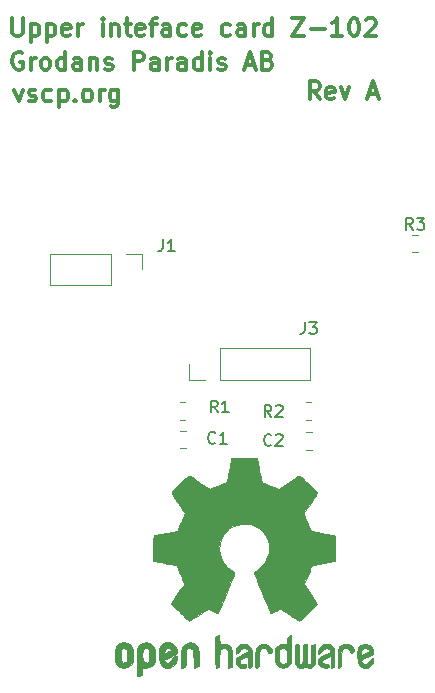
<source format=gbr>
%TF.GenerationSoftware,KiCad,Pcbnew,7.0.2-6a45011f42~172~ubuntu22.10.1*%
%TF.CreationDate,2023-04-24T10:08:01+02:00*%
%TF.ProjectId,him-card,68696d2d-6361-4726-942e-6b696361645f,rev?*%
%TF.SameCoordinates,Original*%
%TF.FileFunction,Legend,Top*%
%TF.FilePolarity,Positive*%
%FSLAX46Y46*%
G04 Gerber Fmt 4.6, Leading zero omitted, Abs format (unit mm)*
G04 Created by KiCad (PCBNEW 7.0.2-6a45011f42~172~ubuntu22.10.1) date 2023-04-24 10:08:01*
%MOMM*%
%LPD*%
G01*
G04 APERTURE LIST*
%ADD10C,0.300000*%
%ADD11C,0.150000*%
%ADD12C,0.010000*%
%ADD13C,0.120000*%
G04 APERTURE END LIST*
D10*
X128934285Y-71596428D02*
X128434285Y-70882142D01*
X128077142Y-71596428D02*
X128077142Y-70096428D01*
X128077142Y-70096428D02*
X128648571Y-70096428D01*
X128648571Y-70096428D02*
X128791428Y-70167857D01*
X128791428Y-70167857D02*
X128862857Y-70239285D01*
X128862857Y-70239285D02*
X128934285Y-70382142D01*
X128934285Y-70382142D02*
X128934285Y-70596428D01*
X128934285Y-70596428D02*
X128862857Y-70739285D01*
X128862857Y-70739285D02*
X128791428Y-70810714D01*
X128791428Y-70810714D02*
X128648571Y-70882142D01*
X128648571Y-70882142D02*
X128077142Y-70882142D01*
X130148571Y-71525000D02*
X130005714Y-71596428D01*
X130005714Y-71596428D02*
X129720000Y-71596428D01*
X129720000Y-71596428D02*
X129577142Y-71525000D01*
X129577142Y-71525000D02*
X129505714Y-71382142D01*
X129505714Y-71382142D02*
X129505714Y-70810714D01*
X129505714Y-70810714D02*
X129577142Y-70667857D01*
X129577142Y-70667857D02*
X129720000Y-70596428D01*
X129720000Y-70596428D02*
X130005714Y-70596428D01*
X130005714Y-70596428D02*
X130148571Y-70667857D01*
X130148571Y-70667857D02*
X130220000Y-70810714D01*
X130220000Y-70810714D02*
X130220000Y-70953571D01*
X130220000Y-70953571D02*
X129505714Y-71096428D01*
X130719999Y-70596428D02*
X131077142Y-71596428D01*
X131077142Y-71596428D02*
X131434285Y-70596428D01*
X133077142Y-71167857D02*
X133791428Y-71167857D01*
X132934285Y-71596428D02*
X133434285Y-70096428D01*
X133434285Y-70096428D02*
X133934285Y-71596428D01*
X103084285Y-70786428D02*
X103441428Y-71786428D01*
X103441428Y-71786428D02*
X103798571Y-70786428D01*
X104298571Y-71715000D02*
X104441428Y-71786428D01*
X104441428Y-71786428D02*
X104727142Y-71786428D01*
X104727142Y-71786428D02*
X104869999Y-71715000D01*
X104869999Y-71715000D02*
X104941428Y-71572142D01*
X104941428Y-71572142D02*
X104941428Y-71500714D01*
X104941428Y-71500714D02*
X104869999Y-71357857D01*
X104869999Y-71357857D02*
X104727142Y-71286428D01*
X104727142Y-71286428D02*
X104512857Y-71286428D01*
X104512857Y-71286428D02*
X104369999Y-71215000D01*
X104369999Y-71215000D02*
X104298571Y-71072142D01*
X104298571Y-71072142D02*
X104298571Y-71000714D01*
X104298571Y-71000714D02*
X104369999Y-70857857D01*
X104369999Y-70857857D02*
X104512857Y-70786428D01*
X104512857Y-70786428D02*
X104727142Y-70786428D01*
X104727142Y-70786428D02*
X104869999Y-70857857D01*
X106227143Y-71715000D02*
X106084285Y-71786428D01*
X106084285Y-71786428D02*
X105798571Y-71786428D01*
X105798571Y-71786428D02*
X105655714Y-71715000D01*
X105655714Y-71715000D02*
X105584285Y-71643571D01*
X105584285Y-71643571D02*
X105512857Y-71500714D01*
X105512857Y-71500714D02*
X105512857Y-71072142D01*
X105512857Y-71072142D02*
X105584285Y-70929285D01*
X105584285Y-70929285D02*
X105655714Y-70857857D01*
X105655714Y-70857857D02*
X105798571Y-70786428D01*
X105798571Y-70786428D02*
X106084285Y-70786428D01*
X106084285Y-70786428D02*
X106227143Y-70857857D01*
X106869999Y-70786428D02*
X106869999Y-72286428D01*
X106869999Y-70857857D02*
X107012857Y-70786428D01*
X107012857Y-70786428D02*
X107298571Y-70786428D01*
X107298571Y-70786428D02*
X107441428Y-70857857D01*
X107441428Y-70857857D02*
X107512857Y-70929285D01*
X107512857Y-70929285D02*
X107584285Y-71072142D01*
X107584285Y-71072142D02*
X107584285Y-71500714D01*
X107584285Y-71500714D02*
X107512857Y-71643571D01*
X107512857Y-71643571D02*
X107441428Y-71715000D01*
X107441428Y-71715000D02*
X107298571Y-71786428D01*
X107298571Y-71786428D02*
X107012857Y-71786428D01*
X107012857Y-71786428D02*
X106869999Y-71715000D01*
X108227142Y-71643571D02*
X108298571Y-71715000D01*
X108298571Y-71715000D02*
X108227142Y-71786428D01*
X108227142Y-71786428D02*
X108155714Y-71715000D01*
X108155714Y-71715000D02*
X108227142Y-71643571D01*
X108227142Y-71643571D02*
X108227142Y-71786428D01*
X109155714Y-71786428D02*
X109012857Y-71715000D01*
X109012857Y-71715000D02*
X108941428Y-71643571D01*
X108941428Y-71643571D02*
X108870000Y-71500714D01*
X108870000Y-71500714D02*
X108870000Y-71072142D01*
X108870000Y-71072142D02*
X108941428Y-70929285D01*
X108941428Y-70929285D02*
X109012857Y-70857857D01*
X109012857Y-70857857D02*
X109155714Y-70786428D01*
X109155714Y-70786428D02*
X109370000Y-70786428D01*
X109370000Y-70786428D02*
X109512857Y-70857857D01*
X109512857Y-70857857D02*
X109584286Y-70929285D01*
X109584286Y-70929285D02*
X109655714Y-71072142D01*
X109655714Y-71072142D02*
X109655714Y-71500714D01*
X109655714Y-71500714D02*
X109584286Y-71643571D01*
X109584286Y-71643571D02*
X109512857Y-71715000D01*
X109512857Y-71715000D02*
X109370000Y-71786428D01*
X109370000Y-71786428D02*
X109155714Y-71786428D01*
X110298571Y-71786428D02*
X110298571Y-70786428D01*
X110298571Y-71072142D02*
X110370000Y-70929285D01*
X110370000Y-70929285D02*
X110441429Y-70857857D01*
X110441429Y-70857857D02*
X110584286Y-70786428D01*
X110584286Y-70786428D02*
X110727143Y-70786428D01*
X111870000Y-70786428D02*
X111870000Y-72000714D01*
X111870000Y-72000714D02*
X111798571Y-72143571D01*
X111798571Y-72143571D02*
X111727142Y-72215000D01*
X111727142Y-72215000D02*
X111584285Y-72286428D01*
X111584285Y-72286428D02*
X111370000Y-72286428D01*
X111370000Y-72286428D02*
X111227142Y-72215000D01*
X111870000Y-71715000D02*
X111727142Y-71786428D01*
X111727142Y-71786428D02*
X111441428Y-71786428D01*
X111441428Y-71786428D02*
X111298571Y-71715000D01*
X111298571Y-71715000D02*
X111227142Y-71643571D01*
X111227142Y-71643571D02*
X111155714Y-71500714D01*
X111155714Y-71500714D02*
X111155714Y-71072142D01*
X111155714Y-71072142D02*
X111227142Y-70929285D01*
X111227142Y-70929285D02*
X111298571Y-70857857D01*
X111298571Y-70857857D02*
X111441428Y-70786428D01*
X111441428Y-70786428D02*
X111727142Y-70786428D01*
X111727142Y-70786428D02*
X111870000Y-70857857D01*
X103752857Y-67667857D02*
X103610000Y-67596428D01*
X103610000Y-67596428D02*
X103395714Y-67596428D01*
X103395714Y-67596428D02*
X103181428Y-67667857D01*
X103181428Y-67667857D02*
X103038571Y-67810714D01*
X103038571Y-67810714D02*
X102967142Y-67953571D01*
X102967142Y-67953571D02*
X102895714Y-68239285D01*
X102895714Y-68239285D02*
X102895714Y-68453571D01*
X102895714Y-68453571D02*
X102967142Y-68739285D01*
X102967142Y-68739285D02*
X103038571Y-68882142D01*
X103038571Y-68882142D02*
X103181428Y-69025000D01*
X103181428Y-69025000D02*
X103395714Y-69096428D01*
X103395714Y-69096428D02*
X103538571Y-69096428D01*
X103538571Y-69096428D02*
X103752857Y-69025000D01*
X103752857Y-69025000D02*
X103824285Y-68953571D01*
X103824285Y-68953571D02*
X103824285Y-68453571D01*
X103824285Y-68453571D02*
X103538571Y-68453571D01*
X104467142Y-69096428D02*
X104467142Y-68096428D01*
X104467142Y-68382142D02*
X104538571Y-68239285D01*
X104538571Y-68239285D02*
X104610000Y-68167857D01*
X104610000Y-68167857D02*
X104752857Y-68096428D01*
X104752857Y-68096428D02*
X104895714Y-68096428D01*
X105609999Y-69096428D02*
X105467142Y-69025000D01*
X105467142Y-69025000D02*
X105395713Y-68953571D01*
X105395713Y-68953571D02*
X105324285Y-68810714D01*
X105324285Y-68810714D02*
X105324285Y-68382142D01*
X105324285Y-68382142D02*
X105395713Y-68239285D01*
X105395713Y-68239285D02*
X105467142Y-68167857D01*
X105467142Y-68167857D02*
X105609999Y-68096428D01*
X105609999Y-68096428D02*
X105824285Y-68096428D01*
X105824285Y-68096428D02*
X105967142Y-68167857D01*
X105967142Y-68167857D02*
X106038571Y-68239285D01*
X106038571Y-68239285D02*
X106109999Y-68382142D01*
X106109999Y-68382142D02*
X106109999Y-68810714D01*
X106109999Y-68810714D02*
X106038571Y-68953571D01*
X106038571Y-68953571D02*
X105967142Y-69025000D01*
X105967142Y-69025000D02*
X105824285Y-69096428D01*
X105824285Y-69096428D02*
X105609999Y-69096428D01*
X107395714Y-69096428D02*
X107395714Y-67596428D01*
X107395714Y-69025000D02*
X107252856Y-69096428D01*
X107252856Y-69096428D02*
X106967142Y-69096428D01*
X106967142Y-69096428D02*
X106824285Y-69025000D01*
X106824285Y-69025000D02*
X106752856Y-68953571D01*
X106752856Y-68953571D02*
X106681428Y-68810714D01*
X106681428Y-68810714D02*
X106681428Y-68382142D01*
X106681428Y-68382142D02*
X106752856Y-68239285D01*
X106752856Y-68239285D02*
X106824285Y-68167857D01*
X106824285Y-68167857D02*
X106967142Y-68096428D01*
X106967142Y-68096428D02*
X107252856Y-68096428D01*
X107252856Y-68096428D02*
X107395714Y-68167857D01*
X108752857Y-69096428D02*
X108752857Y-68310714D01*
X108752857Y-68310714D02*
X108681428Y-68167857D01*
X108681428Y-68167857D02*
X108538571Y-68096428D01*
X108538571Y-68096428D02*
X108252857Y-68096428D01*
X108252857Y-68096428D02*
X108109999Y-68167857D01*
X108752857Y-69025000D02*
X108609999Y-69096428D01*
X108609999Y-69096428D02*
X108252857Y-69096428D01*
X108252857Y-69096428D02*
X108109999Y-69025000D01*
X108109999Y-69025000D02*
X108038571Y-68882142D01*
X108038571Y-68882142D02*
X108038571Y-68739285D01*
X108038571Y-68739285D02*
X108109999Y-68596428D01*
X108109999Y-68596428D02*
X108252857Y-68525000D01*
X108252857Y-68525000D02*
X108609999Y-68525000D01*
X108609999Y-68525000D02*
X108752857Y-68453571D01*
X109467142Y-68096428D02*
X109467142Y-69096428D01*
X109467142Y-68239285D02*
X109538571Y-68167857D01*
X109538571Y-68167857D02*
X109681428Y-68096428D01*
X109681428Y-68096428D02*
X109895714Y-68096428D01*
X109895714Y-68096428D02*
X110038571Y-68167857D01*
X110038571Y-68167857D02*
X110110000Y-68310714D01*
X110110000Y-68310714D02*
X110110000Y-69096428D01*
X110752857Y-69025000D02*
X110895714Y-69096428D01*
X110895714Y-69096428D02*
X111181428Y-69096428D01*
X111181428Y-69096428D02*
X111324285Y-69025000D01*
X111324285Y-69025000D02*
X111395714Y-68882142D01*
X111395714Y-68882142D02*
X111395714Y-68810714D01*
X111395714Y-68810714D02*
X111324285Y-68667857D01*
X111324285Y-68667857D02*
X111181428Y-68596428D01*
X111181428Y-68596428D02*
X110967143Y-68596428D01*
X110967143Y-68596428D02*
X110824285Y-68525000D01*
X110824285Y-68525000D02*
X110752857Y-68382142D01*
X110752857Y-68382142D02*
X110752857Y-68310714D01*
X110752857Y-68310714D02*
X110824285Y-68167857D01*
X110824285Y-68167857D02*
X110967143Y-68096428D01*
X110967143Y-68096428D02*
X111181428Y-68096428D01*
X111181428Y-68096428D02*
X111324285Y-68167857D01*
X113181428Y-69096428D02*
X113181428Y-67596428D01*
X113181428Y-67596428D02*
X113752857Y-67596428D01*
X113752857Y-67596428D02*
X113895714Y-67667857D01*
X113895714Y-67667857D02*
X113967143Y-67739285D01*
X113967143Y-67739285D02*
X114038571Y-67882142D01*
X114038571Y-67882142D02*
X114038571Y-68096428D01*
X114038571Y-68096428D02*
X113967143Y-68239285D01*
X113967143Y-68239285D02*
X113895714Y-68310714D01*
X113895714Y-68310714D02*
X113752857Y-68382142D01*
X113752857Y-68382142D02*
X113181428Y-68382142D01*
X115324286Y-69096428D02*
X115324286Y-68310714D01*
X115324286Y-68310714D02*
X115252857Y-68167857D01*
X115252857Y-68167857D02*
X115110000Y-68096428D01*
X115110000Y-68096428D02*
X114824286Y-68096428D01*
X114824286Y-68096428D02*
X114681428Y-68167857D01*
X115324286Y-69025000D02*
X115181428Y-69096428D01*
X115181428Y-69096428D02*
X114824286Y-69096428D01*
X114824286Y-69096428D02*
X114681428Y-69025000D01*
X114681428Y-69025000D02*
X114610000Y-68882142D01*
X114610000Y-68882142D02*
X114610000Y-68739285D01*
X114610000Y-68739285D02*
X114681428Y-68596428D01*
X114681428Y-68596428D02*
X114824286Y-68525000D01*
X114824286Y-68525000D02*
X115181428Y-68525000D01*
X115181428Y-68525000D02*
X115324286Y-68453571D01*
X116038571Y-69096428D02*
X116038571Y-68096428D01*
X116038571Y-68382142D02*
X116110000Y-68239285D01*
X116110000Y-68239285D02*
X116181429Y-68167857D01*
X116181429Y-68167857D02*
X116324286Y-68096428D01*
X116324286Y-68096428D02*
X116467143Y-68096428D01*
X117610000Y-69096428D02*
X117610000Y-68310714D01*
X117610000Y-68310714D02*
X117538571Y-68167857D01*
X117538571Y-68167857D02*
X117395714Y-68096428D01*
X117395714Y-68096428D02*
X117110000Y-68096428D01*
X117110000Y-68096428D02*
X116967142Y-68167857D01*
X117610000Y-69025000D02*
X117467142Y-69096428D01*
X117467142Y-69096428D02*
X117110000Y-69096428D01*
X117110000Y-69096428D02*
X116967142Y-69025000D01*
X116967142Y-69025000D02*
X116895714Y-68882142D01*
X116895714Y-68882142D02*
X116895714Y-68739285D01*
X116895714Y-68739285D02*
X116967142Y-68596428D01*
X116967142Y-68596428D02*
X117110000Y-68525000D01*
X117110000Y-68525000D02*
X117467142Y-68525000D01*
X117467142Y-68525000D02*
X117610000Y-68453571D01*
X118967143Y-69096428D02*
X118967143Y-67596428D01*
X118967143Y-69025000D02*
X118824285Y-69096428D01*
X118824285Y-69096428D02*
X118538571Y-69096428D01*
X118538571Y-69096428D02*
X118395714Y-69025000D01*
X118395714Y-69025000D02*
X118324285Y-68953571D01*
X118324285Y-68953571D02*
X118252857Y-68810714D01*
X118252857Y-68810714D02*
X118252857Y-68382142D01*
X118252857Y-68382142D02*
X118324285Y-68239285D01*
X118324285Y-68239285D02*
X118395714Y-68167857D01*
X118395714Y-68167857D02*
X118538571Y-68096428D01*
X118538571Y-68096428D02*
X118824285Y-68096428D01*
X118824285Y-68096428D02*
X118967143Y-68167857D01*
X119681428Y-69096428D02*
X119681428Y-68096428D01*
X119681428Y-67596428D02*
X119610000Y-67667857D01*
X119610000Y-67667857D02*
X119681428Y-67739285D01*
X119681428Y-67739285D02*
X119752857Y-67667857D01*
X119752857Y-67667857D02*
X119681428Y-67596428D01*
X119681428Y-67596428D02*
X119681428Y-67739285D01*
X120324286Y-69025000D02*
X120467143Y-69096428D01*
X120467143Y-69096428D02*
X120752857Y-69096428D01*
X120752857Y-69096428D02*
X120895714Y-69025000D01*
X120895714Y-69025000D02*
X120967143Y-68882142D01*
X120967143Y-68882142D02*
X120967143Y-68810714D01*
X120967143Y-68810714D02*
X120895714Y-68667857D01*
X120895714Y-68667857D02*
X120752857Y-68596428D01*
X120752857Y-68596428D02*
X120538572Y-68596428D01*
X120538572Y-68596428D02*
X120395714Y-68525000D01*
X120395714Y-68525000D02*
X120324286Y-68382142D01*
X120324286Y-68382142D02*
X120324286Y-68310714D01*
X120324286Y-68310714D02*
X120395714Y-68167857D01*
X120395714Y-68167857D02*
X120538572Y-68096428D01*
X120538572Y-68096428D02*
X120752857Y-68096428D01*
X120752857Y-68096428D02*
X120895714Y-68167857D01*
X122681429Y-68667857D02*
X123395715Y-68667857D01*
X122538572Y-69096428D02*
X123038572Y-67596428D01*
X123038572Y-67596428D02*
X123538572Y-69096428D01*
X124538571Y-68310714D02*
X124752857Y-68382142D01*
X124752857Y-68382142D02*
X124824286Y-68453571D01*
X124824286Y-68453571D02*
X124895714Y-68596428D01*
X124895714Y-68596428D02*
X124895714Y-68810714D01*
X124895714Y-68810714D02*
X124824286Y-68953571D01*
X124824286Y-68953571D02*
X124752857Y-69025000D01*
X124752857Y-69025000D02*
X124610000Y-69096428D01*
X124610000Y-69096428D02*
X124038571Y-69096428D01*
X124038571Y-69096428D02*
X124038571Y-67596428D01*
X124038571Y-67596428D02*
X124538571Y-67596428D01*
X124538571Y-67596428D02*
X124681429Y-67667857D01*
X124681429Y-67667857D02*
X124752857Y-67739285D01*
X124752857Y-67739285D02*
X124824286Y-67882142D01*
X124824286Y-67882142D02*
X124824286Y-68025000D01*
X124824286Y-68025000D02*
X124752857Y-68167857D01*
X124752857Y-68167857D02*
X124681429Y-68239285D01*
X124681429Y-68239285D02*
X124538571Y-68310714D01*
X124538571Y-68310714D02*
X124038571Y-68310714D01*
X102917142Y-64746428D02*
X102917142Y-65960714D01*
X102917142Y-65960714D02*
X102988571Y-66103571D01*
X102988571Y-66103571D02*
X103060000Y-66175000D01*
X103060000Y-66175000D02*
X103202857Y-66246428D01*
X103202857Y-66246428D02*
X103488571Y-66246428D01*
X103488571Y-66246428D02*
X103631428Y-66175000D01*
X103631428Y-66175000D02*
X103702857Y-66103571D01*
X103702857Y-66103571D02*
X103774285Y-65960714D01*
X103774285Y-65960714D02*
X103774285Y-64746428D01*
X104488571Y-65246428D02*
X104488571Y-66746428D01*
X104488571Y-65317857D02*
X104631429Y-65246428D01*
X104631429Y-65246428D02*
X104917143Y-65246428D01*
X104917143Y-65246428D02*
X105060000Y-65317857D01*
X105060000Y-65317857D02*
X105131429Y-65389285D01*
X105131429Y-65389285D02*
X105202857Y-65532142D01*
X105202857Y-65532142D02*
X105202857Y-65960714D01*
X105202857Y-65960714D02*
X105131429Y-66103571D01*
X105131429Y-66103571D02*
X105060000Y-66175000D01*
X105060000Y-66175000D02*
X104917143Y-66246428D01*
X104917143Y-66246428D02*
X104631429Y-66246428D01*
X104631429Y-66246428D02*
X104488571Y-66175000D01*
X105845714Y-65246428D02*
X105845714Y-66746428D01*
X105845714Y-65317857D02*
X105988572Y-65246428D01*
X105988572Y-65246428D02*
X106274286Y-65246428D01*
X106274286Y-65246428D02*
X106417143Y-65317857D01*
X106417143Y-65317857D02*
X106488572Y-65389285D01*
X106488572Y-65389285D02*
X106560000Y-65532142D01*
X106560000Y-65532142D02*
X106560000Y-65960714D01*
X106560000Y-65960714D02*
X106488572Y-66103571D01*
X106488572Y-66103571D02*
X106417143Y-66175000D01*
X106417143Y-66175000D02*
X106274286Y-66246428D01*
X106274286Y-66246428D02*
X105988572Y-66246428D01*
X105988572Y-66246428D02*
X105845714Y-66175000D01*
X107774286Y-66175000D02*
X107631429Y-66246428D01*
X107631429Y-66246428D02*
X107345715Y-66246428D01*
X107345715Y-66246428D02*
X107202857Y-66175000D01*
X107202857Y-66175000D02*
X107131429Y-66032142D01*
X107131429Y-66032142D02*
X107131429Y-65460714D01*
X107131429Y-65460714D02*
X107202857Y-65317857D01*
X107202857Y-65317857D02*
X107345715Y-65246428D01*
X107345715Y-65246428D02*
X107631429Y-65246428D01*
X107631429Y-65246428D02*
X107774286Y-65317857D01*
X107774286Y-65317857D02*
X107845715Y-65460714D01*
X107845715Y-65460714D02*
X107845715Y-65603571D01*
X107845715Y-65603571D02*
X107131429Y-65746428D01*
X108488571Y-66246428D02*
X108488571Y-65246428D01*
X108488571Y-65532142D02*
X108560000Y-65389285D01*
X108560000Y-65389285D02*
X108631429Y-65317857D01*
X108631429Y-65317857D02*
X108774286Y-65246428D01*
X108774286Y-65246428D02*
X108917143Y-65246428D01*
X110559999Y-66246428D02*
X110559999Y-65246428D01*
X110559999Y-64746428D02*
X110488571Y-64817857D01*
X110488571Y-64817857D02*
X110559999Y-64889285D01*
X110559999Y-64889285D02*
X110631428Y-64817857D01*
X110631428Y-64817857D02*
X110559999Y-64746428D01*
X110559999Y-64746428D02*
X110559999Y-64889285D01*
X111274285Y-65246428D02*
X111274285Y-66246428D01*
X111274285Y-65389285D02*
X111345714Y-65317857D01*
X111345714Y-65317857D02*
X111488571Y-65246428D01*
X111488571Y-65246428D02*
X111702857Y-65246428D01*
X111702857Y-65246428D02*
X111845714Y-65317857D01*
X111845714Y-65317857D02*
X111917143Y-65460714D01*
X111917143Y-65460714D02*
X111917143Y-66246428D01*
X112417143Y-65246428D02*
X112988571Y-65246428D01*
X112631428Y-64746428D02*
X112631428Y-66032142D01*
X112631428Y-66032142D02*
X112702857Y-66175000D01*
X112702857Y-66175000D02*
X112845714Y-66246428D01*
X112845714Y-66246428D02*
X112988571Y-66246428D01*
X114060000Y-66175000D02*
X113917143Y-66246428D01*
X113917143Y-66246428D02*
X113631429Y-66246428D01*
X113631429Y-66246428D02*
X113488571Y-66175000D01*
X113488571Y-66175000D02*
X113417143Y-66032142D01*
X113417143Y-66032142D02*
X113417143Y-65460714D01*
X113417143Y-65460714D02*
X113488571Y-65317857D01*
X113488571Y-65317857D02*
X113631429Y-65246428D01*
X113631429Y-65246428D02*
X113917143Y-65246428D01*
X113917143Y-65246428D02*
X114060000Y-65317857D01*
X114060000Y-65317857D02*
X114131429Y-65460714D01*
X114131429Y-65460714D02*
X114131429Y-65603571D01*
X114131429Y-65603571D02*
X113417143Y-65746428D01*
X114560000Y-65246428D02*
X115131428Y-65246428D01*
X114774285Y-66246428D02*
X114774285Y-64960714D01*
X114774285Y-64960714D02*
X114845714Y-64817857D01*
X114845714Y-64817857D02*
X114988571Y-64746428D01*
X114988571Y-64746428D02*
X115131428Y-64746428D01*
X116274286Y-66246428D02*
X116274286Y-65460714D01*
X116274286Y-65460714D02*
X116202857Y-65317857D01*
X116202857Y-65317857D02*
X116060000Y-65246428D01*
X116060000Y-65246428D02*
X115774286Y-65246428D01*
X115774286Y-65246428D02*
X115631428Y-65317857D01*
X116274286Y-66175000D02*
X116131428Y-66246428D01*
X116131428Y-66246428D02*
X115774286Y-66246428D01*
X115774286Y-66246428D02*
X115631428Y-66175000D01*
X115631428Y-66175000D02*
X115560000Y-66032142D01*
X115560000Y-66032142D02*
X115560000Y-65889285D01*
X115560000Y-65889285D02*
X115631428Y-65746428D01*
X115631428Y-65746428D02*
X115774286Y-65675000D01*
X115774286Y-65675000D02*
X116131428Y-65675000D01*
X116131428Y-65675000D02*
X116274286Y-65603571D01*
X117631429Y-66175000D02*
X117488571Y-66246428D01*
X117488571Y-66246428D02*
X117202857Y-66246428D01*
X117202857Y-66246428D02*
X117060000Y-66175000D01*
X117060000Y-66175000D02*
X116988571Y-66103571D01*
X116988571Y-66103571D02*
X116917143Y-65960714D01*
X116917143Y-65960714D02*
X116917143Y-65532142D01*
X116917143Y-65532142D02*
X116988571Y-65389285D01*
X116988571Y-65389285D02*
X117060000Y-65317857D01*
X117060000Y-65317857D02*
X117202857Y-65246428D01*
X117202857Y-65246428D02*
X117488571Y-65246428D01*
X117488571Y-65246428D02*
X117631429Y-65317857D01*
X118845714Y-66175000D02*
X118702857Y-66246428D01*
X118702857Y-66246428D02*
X118417143Y-66246428D01*
X118417143Y-66246428D02*
X118274285Y-66175000D01*
X118274285Y-66175000D02*
X118202857Y-66032142D01*
X118202857Y-66032142D02*
X118202857Y-65460714D01*
X118202857Y-65460714D02*
X118274285Y-65317857D01*
X118274285Y-65317857D02*
X118417143Y-65246428D01*
X118417143Y-65246428D02*
X118702857Y-65246428D01*
X118702857Y-65246428D02*
X118845714Y-65317857D01*
X118845714Y-65317857D02*
X118917143Y-65460714D01*
X118917143Y-65460714D02*
X118917143Y-65603571D01*
X118917143Y-65603571D02*
X118202857Y-65746428D01*
X121345714Y-66175000D02*
X121202856Y-66246428D01*
X121202856Y-66246428D02*
X120917142Y-66246428D01*
X120917142Y-66246428D02*
X120774285Y-66175000D01*
X120774285Y-66175000D02*
X120702856Y-66103571D01*
X120702856Y-66103571D02*
X120631428Y-65960714D01*
X120631428Y-65960714D02*
X120631428Y-65532142D01*
X120631428Y-65532142D02*
X120702856Y-65389285D01*
X120702856Y-65389285D02*
X120774285Y-65317857D01*
X120774285Y-65317857D02*
X120917142Y-65246428D01*
X120917142Y-65246428D02*
X121202856Y-65246428D01*
X121202856Y-65246428D02*
X121345714Y-65317857D01*
X122631428Y-66246428D02*
X122631428Y-65460714D01*
X122631428Y-65460714D02*
X122559999Y-65317857D01*
X122559999Y-65317857D02*
X122417142Y-65246428D01*
X122417142Y-65246428D02*
X122131428Y-65246428D01*
X122131428Y-65246428D02*
X121988570Y-65317857D01*
X122631428Y-66175000D02*
X122488570Y-66246428D01*
X122488570Y-66246428D02*
X122131428Y-66246428D01*
X122131428Y-66246428D02*
X121988570Y-66175000D01*
X121988570Y-66175000D02*
X121917142Y-66032142D01*
X121917142Y-66032142D02*
X121917142Y-65889285D01*
X121917142Y-65889285D02*
X121988570Y-65746428D01*
X121988570Y-65746428D02*
X122131428Y-65675000D01*
X122131428Y-65675000D02*
X122488570Y-65675000D01*
X122488570Y-65675000D02*
X122631428Y-65603571D01*
X123345713Y-66246428D02*
X123345713Y-65246428D01*
X123345713Y-65532142D02*
X123417142Y-65389285D01*
X123417142Y-65389285D02*
X123488571Y-65317857D01*
X123488571Y-65317857D02*
X123631428Y-65246428D01*
X123631428Y-65246428D02*
X123774285Y-65246428D01*
X124917142Y-66246428D02*
X124917142Y-64746428D01*
X124917142Y-66175000D02*
X124774284Y-66246428D01*
X124774284Y-66246428D02*
X124488570Y-66246428D01*
X124488570Y-66246428D02*
X124345713Y-66175000D01*
X124345713Y-66175000D02*
X124274284Y-66103571D01*
X124274284Y-66103571D02*
X124202856Y-65960714D01*
X124202856Y-65960714D02*
X124202856Y-65532142D01*
X124202856Y-65532142D02*
X124274284Y-65389285D01*
X124274284Y-65389285D02*
X124345713Y-65317857D01*
X124345713Y-65317857D02*
X124488570Y-65246428D01*
X124488570Y-65246428D02*
X124774284Y-65246428D01*
X124774284Y-65246428D02*
X124917142Y-65317857D01*
X126631427Y-64746428D02*
X127631427Y-64746428D01*
X127631427Y-64746428D02*
X126631427Y-66246428D01*
X126631427Y-66246428D02*
X127631427Y-66246428D01*
X128202855Y-65675000D02*
X129345713Y-65675000D01*
X130845713Y-66246428D02*
X129988570Y-66246428D01*
X130417141Y-66246428D02*
X130417141Y-64746428D01*
X130417141Y-64746428D02*
X130274284Y-64960714D01*
X130274284Y-64960714D02*
X130131427Y-65103571D01*
X130131427Y-65103571D02*
X129988570Y-65175000D01*
X131774284Y-64746428D02*
X131917141Y-64746428D01*
X131917141Y-64746428D02*
X132059998Y-64817857D01*
X132059998Y-64817857D02*
X132131427Y-64889285D01*
X132131427Y-64889285D02*
X132202855Y-65032142D01*
X132202855Y-65032142D02*
X132274284Y-65317857D01*
X132274284Y-65317857D02*
X132274284Y-65675000D01*
X132274284Y-65675000D02*
X132202855Y-65960714D01*
X132202855Y-65960714D02*
X132131427Y-66103571D01*
X132131427Y-66103571D02*
X132059998Y-66175000D01*
X132059998Y-66175000D02*
X131917141Y-66246428D01*
X131917141Y-66246428D02*
X131774284Y-66246428D01*
X131774284Y-66246428D02*
X131631427Y-66175000D01*
X131631427Y-66175000D02*
X131559998Y-66103571D01*
X131559998Y-66103571D02*
X131488569Y-65960714D01*
X131488569Y-65960714D02*
X131417141Y-65675000D01*
X131417141Y-65675000D02*
X131417141Y-65317857D01*
X131417141Y-65317857D02*
X131488569Y-65032142D01*
X131488569Y-65032142D02*
X131559998Y-64889285D01*
X131559998Y-64889285D02*
X131631427Y-64817857D01*
X131631427Y-64817857D02*
X131774284Y-64746428D01*
X132845712Y-64889285D02*
X132917140Y-64817857D01*
X132917140Y-64817857D02*
X133059998Y-64746428D01*
X133059998Y-64746428D02*
X133417140Y-64746428D01*
X133417140Y-64746428D02*
X133559998Y-64817857D01*
X133559998Y-64817857D02*
X133631426Y-64889285D01*
X133631426Y-64889285D02*
X133702855Y-65032142D01*
X133702855Y-65032142D02*
X133702855Y-65175000D01*
X133702855Y-65175000D02*
X133631426Y-65389285D01*
X133631426Y-65389285D02*
X132774283Y-66246428D01*
X132774283Y-66246428D02*
X133702855Y-66246428D01*
D11*
%TO.C,R3*%
X136833333Y-82642619D02*
X136500000Y-82166428D01*
X136261905Y-82642619D02*
X136261905Y-81642619D01*
X136261905Y-81642619D02*
X136642857Y-81642619D01*
X136642857Y-81642619D02*
X136738095Y-81690238D01*
X136738095Y-81690238D02*
X136785714Y-81737857D01*
X136785714Y-81737857D02*
X136833333Y-81833095D01*
X136833333Y-81833095D02*
X136833333Y-81975952D01*
X136833333Y-81975952D02*
X136785714Y-82071190D01*
X136785714Y-82071190D02*
X136738095Y-82118809D01*
X136738095Y-82118809D02*
X136642857Y-82166428D01*
X136642857Y-82166428D02*
X136261905Y-82166428D01*
X137166667Y-81642619D02*
X137785714Y-81642619D01*
X137785714Y-81642619D02*
X137452381Y-82023571D01*
X137452381Y-82023571D02*
X137595238Y-82023571D01*
X137595238Y-82023571D02*
X137690476Y-82071190D01*
X137690476Y-82071190D02*
X137738095Y-82118809D01*
X137738095Y-82118809D02*
X137785714Y-82214047D01*
X137785714Y-82214047D02*
X137785714Y-82452142D01*
X137785714Y-82452142D02*
X137738095Y-82547380D01*
X137738095Y-82547380D02*
X137690476Y-82595000D01*
X137690476Y-82595000D02*
X137595238Y-82642619D01*
X137595238Y-82642619D02*
X137309524Y-82642619D01*
X137309524Y-82642619D02*
X137214286Y-82595000D01*
X137214286Y-82595000D02*
X137166667Y-82547380D01*
%TO.C,R2*%
X124833333Y-98502619D02*
X124500000Y-98026428D01*
X124261905Y-98502619D02*
X124261905Y-97502619D01*
X124261905Y-97502619D02*
X124642857Y-97502619D01*
X124642857Y-97502619D02*
X124738095Y-97550238D01*
X124738095Y-97550238D02*
X124785714Y-97597857D01*
X124785714Y-97597857D02*
X124833333Y-97693095D01*
X124833333Y-97693095D02*
X124833333Y-97835952D01*
X124833333Y-97835952D02*
X124785714Y-97931190D01*
X124785714Y-97931190D02*
X124738095Y-97978809D01*
X124738095Y-97978809D02*
X124642857Y-98026428D01*
X124642857Y-98026428D02*
X124261905Y-98026428D01*
X125214286Y-97597857D02*
X125261905Y-97550238D01*
X125261905Y-97550238D02*
X125357143Y-97502619D01*
X125357143Y-97502619D02*
X125595238Y-97502619D01*
X125595238Y-97502619D02*
X125690476Y-97550238D01*
X125690476Y-97550238D02*
X125738095Y-97597857D01*
X125738095Y-97597857D02*
X125785714Y-97693095D01*
X125785714Y-97693095D02*
X125785714Y-97788333D01*
X125785714Y-97788333D02*
X125738095Y-97931190D01*
X125738095Y-97931190D02*
X125166667Y-98502619D01*
X125166667Y-98502619D02*
X125785714Y-98502619D01*
%TO.C,R1*%
X120283333Y-98112619D02*
X119950000Y-97636428D01*
X119711905Y-98112619D02*
X119711905Y-97112619D01*
X119711905Y-97112619D02*
X120092857Y-97112619D01*
X120092857Y-97112619D02*
X120188095Y-97160238D01*
X120188095Y-97160238D02*
X120235714Y-97207857D01*
X120235714Y-97207857D02*
X120283333Y-97303095D01*
X120283333Y-97303095D02*
X120283333Y-97445952D01*
X120283333Y-97445952D02*
X120235714Y-97541190D01*
X120235714Y-97541190D02*
X120188095Y-97588809D01*
X120188095Y-97588809D02*
X120092857Y-97636428D01*
X120092857Y-97636428D02*
X119711905Y-97636428D01*
X121235714Y-98112619D02*
X120664286Y-98112619D01*
X120950000Y-98112619D02*
X120950000Y-97112619D01*
X120950000Y-97112619D02*
X120854762Y-97255476D01*
X120854762Y-97255476D02*
X120759524Y-97350714D01*
X120759524Y-97350714D02*
X120664286Y-97398333D01*
%TO.C,J3*%
X127666666Y-90462619D02*
X127666666Y-91176904D01*
X127666666Y-91176904D02*
X127619047Y-91319761D01*
X127619047Y-91319761D02*
X127523809Y-91415000D01*
X127523809Y-91415000D02*
X127380952Y-91462619D01*
X127380952Y-91462619D02*
X127285714Y-91462619D01*
X128047619Y-90462619D02*
X128666666Y-90462619D01*
X128666666Y-90462619D02*
X128333333Y-90843571D01*
X128333333Y-90843571D02*
X128476190Y-90843571D01*
X128476190Y-90843571D02*
X128571428Y-90891190D01*
X128571428Y-90891190D02*
X128619047Y-90938809D01*
X128619047Y-90938809D02*
X128666666Y-91034047D01*
X128666666Y-91034047D02*
X128666666Y-91272142D01*
X128666666Y-91272142D02*
X128619047Y-91367380D01*
X128619047Y-91367380D02*
X128571428Y-91415000D01*
X128571428Y-91415000D02*
X128476190Y-91462619D01*
X128476190Y-91462619D02*
X128190476Y-91462619D01*
X128190476Y-91462619D02*
X128095238Y-91415000D01*
X128095238Y-91415000D02*
X128047619Y-91367380D01*
%TO.C,J1*%
X115666666Y-83462619D02*
X115666666Y-84176904D01*
X115666666Y-84176904D02*
X115619047Y-84319761D01*
X115619047Y-84319761D02*
X115523809Y-84415000D01*
X115523809Y-84415000D02*
X115380952Y-84462619D01*
X115380952Y-84462619D02*
X115285714Y-84462619D01*
X116666666Y-84462619D02*
X116095238Y-84462619D01*
X116380952Y-84462619D02*
X116380952Y-83462619D01*
X116380952Y-83462619D02*
X116285714Y-83605476D01*
X116285714Y-83605476D02*
X116190476Y-83700714D01*
X116190476Y-83700714D02*
X116095238Y-83748333D01*
%TO.C,C2*%
X124833333Y-100847380D02*
X124785714Y-100895000D01*
X124785714Y-100895000D02*
X124642857Y-100942619D01*
X124642857Y-100942619D02*
X124547619Y-100942619D01*
X124547619Y-100942619D02*
X124404762Y-100895000D01*
X124404762Y-100895000D02*
X124309524Y-100799761D01*
X124309524Y-100799761D02*
X124261905Y-100704523D01*
X124261905Y-100704523D02*
X124214286Y-100514047D01*
X124214286Y-100514047D02*
X124214286Y-100371190D01*
X124214286Y-100371190D02*
X124261905Y-100180714D01*
X124261905Y-100180714D02*
X124309524Y-100085476D01*
X124309524Y-100085476D02*
X124404762Y-99990238D01*
X124404762Y-99990238D02*
X124547619Y-99942619D01*
X124547619Y-99942619D02*
X124642857Y-99942619D01*
X124642857Y-99942619D02*
X124785714Y-99990238D01*
X124785714Y-99990238D02*
X124833333Y-100037857D01*
X125214286Y-100037857D02*
X125261905Y-99990238D01*
X125261905Y-99990238D02*
X125357143Y-99942619D01*
X125357143Y-99942619D02*
X125595238Y-99942619D01*
X125595238Y-99942619D02*
X125690476Y-99990238D01*
X125690476Y-99990238D02*
X125738095Y-100037857D01*
X125738095Y-100037857D02*
X125785714Y-100133095D01*
X125785714Y-100133095D02*
X125785714Y-100228333D01*
X125785714Y-100228333D02*
X125738095Y-100371190D01*
X125738095Y-100371190D02*
X125166667Y-100942619D01*
X125166667Y-100942619D02*
X125785714Y-100942619D01*
%TO.C,C1*%
X120093333Y-100667380D02*
X120045714Y-100715000D01*
X120045714Y-100715000D02*
X119902857Y-100762619D01*
X119902857Y-100762619D02*
X119807619Y-100762619D01*
X119807619Y-100762619D02*
X119664762Y-100715000D01*
X119664762Y-100715000D02*
X119569524Y-100619761D01*
X119569524Y-100619761D02*
X119521905Y-100524523D01*
X119521905Y-100524523D02*
X119474286Y-100334047D01*
X119474286Y-100334047D02*
X119474286Y-100191190D01*
X119474286Y-100191190D02*
X119521905Y-100000714D01*
X119521905Y-100000714D02*
X119569524Y-99905476D01*
X119569524Y-99905476D02*
X119664762Y-99810238D01*
X119664762Y-99810238D02*
X119807619Y-99762619D01*
X119807619Y-99762619D02*
X119902857Y-99762619D01*
X119902857Y-99762619D02*
X120045714Y-99810238D01*
X120045714Y-99810238D02*
X120093333Y-99857857D01*
X121045714Y-100762619D02*
X120474286Y-100762619D01*
X120760000Y-100762619D02*
X120760000Y-99762619D01*
X120760000Y-99762619D02*
X120664762Y-99905476D01*
X120664762Y-99905476D02*
X120569524Y-100000714D01*
X120569524Y-100000714D02*
X120474286Y-100048333D01*
%TO.C,REF\u002A\u002A*%
D12*
X128506873Y-117746400D02*
X128514299Y-117874422D01*
X128520118Y-118068985D01*
X128523859Y-118314702D01*
X128525058Y-118572426D01*
X128525058Y-119444545D01*
X128371075Y-119598528D01*
X128264963Y-119693412D01*
X128171816Y-119731845D01*
X128044504Y-119729413D01*
X127993968Y-119723223D01*
X127836017Y-119705210D01*
X127705371Y-119694888D01*
X127673525Y-119693935D01*
X127566166Y-119700171D01*
X127412619Y-119715824D01*
X127353083Y-119723223D01*
X127206857Y-119734668D01*
X127108589Y-119709808D01*
X127011150Y-119633058D01*
X126975976Y-119598528D01*
X126821993Y-119444545D01*
X126821993Y-117813246D01*
X126945930Y-117756776D01*
X127052650Y-117714950D01*
X127115087Y-117700307D01*
X127131096Y-117746583D01*
X127146058Y-117875884D01*
X127158978Y-118073914D01*
X127168857Y-118326380D01*
X127173622Y-118539675D01*
X127186935Y-119379042D01*
X127303080Y-119395464D01*
X127408716Y-119383982D01*
X127460477Y-119346805D01*
X127474945Y-119277298D01*
X127487298Y-119129240D01*
X127496552Y-118921391D01*
X127501728Y-118672512D01*
X127502474Y-118544435D01*
X127503219Y-117807145D01*
X127656457Y-117753726D01*
X127764916Y-117717406D01*
X127823913Y-117700468D01*
X127825614Y-117700307D01*
X127831533Y-117746349D01*
X127838039Y-117874018D01*
X127844586Y-118067632D01*
X127850627Y-118311507D01*
X127854848Y-118539675D01*
X127868161Y-119379042D01*
X128160115Y-119379042D01*
X128173513Y-118613275D01*
X128186910Y-117847508D01*
X128329238Y-117773908D01*
X128434322Y-117723366D01*
X128496517Y-117700431D01*
X128498312Y-117700307D01*
X128506873Y-117746400D01*
G36*
X128506873Y-117746400D02*
G01*
X128514299Y-117874422D01*
X128520118Y-118068985D01*
X128523859Y-118314702D01*
X128525058Y-118572426D01*
X128525058Y-119444545D01*
X128371075Y-119598528D01*
X128264963Y-119693412D01*
X128171816Y-119731845D01*
X128044504Y-119729413D01*
X127993968Y-119723223D01*
X127836017Y-119705210D01*
X127705371Y-119694888D01*
X127673525Y-119693935D01*
X127566166Y-119700171D01*
X127412619Y-119715824D01*
X127353083Y-119723223D01*
X127206857Y-119734668D01*
X127108589Y-119709808D01*
X127011150Y-119633058D01*
X126975976Y-119598528D01*
X126821993Y-119444545D01*
X126821993Y-117813246D01*
X126945930Y-117756776D01*
X127052650Y-117714950D01*
X127115087Y-117700307D01*
X127131096Y-117746583D01*
X127146058Y-117875884D01*
X127158978Y-118073914D01*
X127168857Y-118326380D01*
X127173622Y-118539675D01*
X127186935Y-119379042D01*
X127303080Y-119395464D01*
X127408716Y-119383982D01*
X127460477Y-119346805D01*
X127474945Y-119277298D01*
X127487298Y-119129240D01*
X127496552Y-118921391D01*
X127501728Y-118672512D01*
X127502474Y-118544435D01*
X127503219Y-117807145D01*
X127656457Y-117753726D01*
X127764916Y-117717406D01*
X127823913Y-117700468D01*
X127825614Y-117700307D01*
X127831533Y-117746349D01*
X127838039Y-117874018D01*
X127844586Y-118067632D01*
X127850627Y-118311507D01*
X127854848Y-118539675D01*
X127868161Y-119379042D01*
X128160115Y-119379042D01*
X128173513Y-118613275D01*
X128186910Y-117847508D01*
X128329238Y-117773908D01*
X128434322Y-117723366D01*
X128496517Y-117700431D01*
X128498312Y-117700307D01*
X128506873Y-117746400D01*
G37*
X129730678Y-117738594D02*
X129870782Y-117802323D01*
X129980750Y-117879543D01*
X130061324Y-117965887D01*
X130116954Y-118077272D01*
X130152089Y-118229616D01*
X130171179Y-118438835D01*
X130178672Y-118720846D01*
X130179464Y-118906555D01*
X130179464Y-119631046D01*
X130055527Y-119687515D01*
X129957910Y-119728787D01*
X129909550Y-119743985D01*
X129900298Y-119698762D01*
X129892958Y-119576824D01*
X129888464Y-119398772D01*
X129887510Y-119257395D01*
X129883410Y-119053146D01*
X129872354Y-118891113D01*
X129856211Y-118791891D01*
X129843387Y-118770805D01*
X129757186Y-118792338D01*
X129621862Y-118847566D01*
X129465170Y-118922436D01*
X129314863Y-119002892D01*
X129198693Y-119074880D01*
X129144413Y-119124346D01*
X129144198Y-119124881D01*
X129148867Y-119216428D01*
X129190732Y-119303820D01*
X129264235Y-119374802D01*
X129371516Y-119398543D01*
X129463202Y-119395777D01*
X129593058Y-119393741D01*
X129661221Y-119424164D01*
X129702159Y-119504543D01*
X129707321Y-119519700D01*
X129725067Y-119634331D01*
X129677609Y-119703934D01*
X129553907Y-119737105D01*
X129420281Y-119743240D01*
X129179817Y-119697763D01*
X129055338Y-119632817D01*
X128901605Y-119480246D01*
X128820073Y-119292971D01*
X128812756Y-119095085D01*
X128881669Y-118910685D01*
X128985328Y-118795134D01*
X129088823Y-118730442D01*
X129251492Y-118648542D01*
X129441054Y-118565486D01*
X129472650Y-118552795D01*
X129680869Y-118460908D01*
X129800898Y-118379923D01*
X129839501Y-118299413D01*
X129803440Y-118208950D01*
X129741533Y-118138238D01*
X129595213Y-118051170D01*
X129434217Y-118044640D01*
X129286573Y-118111735D01*
X129180310Y-118245544D01*
X129166362Y-118280067D01*
X129085160Y-118407042D01*
X128966608Y-118501309D01*
X128817012Y-118578668D01*
X128817012Y-118359307D01*
X128825817Y-118225280D01*
X128863570Y-118119644D01*
X128947279Y-118006939D01*
X129027636Y-117920127D01*
X129152591Y-117797204D01*
X129249677Y-117731171D01*
X129353954Y-117704684D01*
X129471989Y-117700307D01*
X129730678Y-117738594D01*
G36*
X129730678Y-117738594D02*
G01*
X129870782Y-117802323D01*
X129980750Y-117879543D01*
X130061324Y-117965887D01*
X130116954Y-118077272D01*
X130152089Y-118229616D01*
X130171179Y-118438835D01*
X130178672Y-118720846D01*
X130179464Y-118906555D01*
X130179464Y-119631046D01*
X130055527Y-119687515D01*
X129957910Y-119728787D01*
X129909550Y-119743985D01*
X129900298Y-119698762D01*
X129892958Y-119576824D01*
X129888464Y-119398772D01*
X129887510Y-119257395D01*
X129883410Y-119053146D01*
X129872354Y-118891113D01*
X129856211Y-118791891D01*
X129843387Y-118770805D01*
X129757186Y-118792338D01*
X129621862Y-118847566D01*
X129465170Y-118922436D01*
X129314863Y-119002892D01*
X129198693Y-119074880D01*
X129144413Y-119124346D01*
X129144198Y-119124881D01*
X129148867Y-119216428D01*
X129190732Y-119303820D01*
X129264235Y-119374802D01*
X129371516Y-119398543D01*
X129463202Y-119395777D01*
X129593058Y-119393741D01*
X129661221Y-119424164D01*
X129702159Y-119504543D01*
X129707321Y-119519700D01*
X129725067Y-119634331D01*
X129677609Y-119703934D01*
X129553907Y-119737105D01*
X129420281Y-119743240D01*
X129179817Y-119697763D01*
X129055338Y-119632817D01*
X128901605Y-119480246D01*
X128820073Y-119292971D01*
X128812756Y-119095085D01*
X128881669Y-118910685D01*
X128985328Y-118795134D01*
X129088823Y-118730442D01*
X129251492Y-118648542D01*
X129441054Y-118565486D01*
X129472650Y-118552795D01*
X129680869Y-118460908D01*
X129800898Y-118379923D01*
X129839501Y-118299413D01*
X129803440Y-118208950D01*
X129741533Y-118138238D01*
X129595213Y-118051170D01*
X129434217Y-118044640D01*
X129286573Y-118111735D01*
X129180310Y-118245544D01*
X129166362Y-118280067D01*
X129085160Y-118407042D01*
X128966608Y-118501309D01*
X128817012Y-118578668D01*
X128817012Y-118359307D01*
X128825817Y-118225280D01*
X128863570Y-118119644D01*
X128947279Y-118006939D01*
X129027636Y-117920127D01*
X129152591Y-117797204D01*
X129249677Y-117731171D01*
X129353954Y-117704684D01*
X129471989Y-117700307D01*
X129730678Y-117738594D01*
G37*
X126529857Y-118104093D02*
X126529239Y-118467769D01*
X126526847Y-118747532D01*
X126521671Y-118956784D01*
X126512704Y-119108926D01*
X126498936Y-119217359D01*
X126479361Y-119295485D01*
X126452968Y-119356707D01*
X126432984Y-119391652D01*
X126267483Y-119581157D01*
X126057648Y-119699942D01*
X125825486Y-119742564D01*
X125593008Y-119703583D01*
X125454572Y-119633532D01*
X125309242Y-119512353D01*
X125210195Y-119364354D01*
X125150435Y-119170534D01*
X125122969Y-118911892D01*
X125119079Y-118722146D01*
X125119603Y-118708510D01*
X125459541Y-118708510D01*
X125461617Y-118926096D01*
X125471130Y-119070134D01*
X125493008Y-119164364D01*
X125532176Y-119232523D01*
X125578976Y-119283936D01*
X125736146Y-119383175D01*
X125904900Y-119391653D01*
X126064393Y-119308799D01*
X126076807Y-119297572D01*
X126129791Y-119239171D01*
X126163014Y-119169686D01*
X126181000Y-119066270D01*
X126188275Y-118906073D01*
X126189426Y-118728965D01*
X126186932Y-118506467D01*
X126176608Y-118358037D01*
X126154191Y-118260489D01*
X126115418Y-118190637D01*
X126083626Y-118153539D01*
X125935939Y-118059975D01*
X125765846Y-118048725D01*
X125603492Y-118120190D01*
X125572160Y-118146720D01*
X125518822Y-118205636D01*
X125485531Y-118275837D01*
X125467656Y-118380418D01*
X125460566Y-118542479D01*
X125459541Y-118708510D01*
X125119603Y-118708510D01*
X125130840Y-118416579D01*
X125170787Y-118186993D01*
X125245913Y-118014387D01*
X125363214Y-117879760D01*
X125454572Y-117810759D01*
X125620627Y-117736214D01*
X125813092Y-117701613D01*
X125991999Y-117710875D01*
X126092108Y-117748238D01*
X126131393Y-117758872D01*
X126157461Y-117719225D01*
X126175658Y-117612981D01*
X126189426Y-117451145D01*
X126204499Y-117270902D01*
X126225436Y-117162458D01*
X126263532Y-117100446D01*
X126330085Y-117059499D01*
X126371897Y-117041366D01*
X126530039Y-116975120D01*
X126529857Y-118104093D01*
G36*
X126529857Y-118104093D02*
G01*
X126529239Y-118467769D01*
X126526847Y-118747532D01*
X126521671Y-118956784D01*
X126512704Y-119108926D01*
X126498936Y-119217359D01*
X126479361Y-119295485D01*
X126452968Y-119356707D01*
X126432984Y-119391652D01*
X126267483Y-119581157D01*
X126057648Y-119699942D01*
X125825486Y-119742564D01*
X125593008Y-119703583D01*
X125454572Y-119633532D01*
X125309242Y-119512353D01*
X125210195Y-119364354D01*
X125150435Y-119170534D01*
X125122969Y-118911892D01*
X125119079Y-118722146D01*
X125119603Y-118708510D01*
X125459541Y-118708510D01*
X125461617Y-118926096D01*
X125471130Y-119070134D01*
X125493008Y-119164364D01*
X125532176Y-119232523D01*
X125578976Y-119283936D01*
X125736146Y-119383175D01*
X125904900Y-119391653D01*
X126064393Y-119308799D01*
X126076807Y-119297572D01*
X126129791Y-119239171D01*
X126163014Y-119169686D01*
X126181000Y-119066270D01*
X126188275Y-118906073D01*
X126189426Y-118728965D01*
X126186932Y-118506467D01*
X126176608Y-118358037D01*
X126154191Y-118260489D01*
X126115418Y-118190637D01*
X126083626Y-118153539D01*
X125935939Y-118059975D01*
X125765846Y-118048725D01*
X125603492Y-118120190D01*
X125572160Y-118146720D01*
X125518822Y-118205636D01*
X125485531Y-118275837D01*
X125467656Y-118380418D01*
X125460566Y-118542479D01*
X125459541Y-118708510D01*
X125119603Y-118708510D01*
X125130840Y-118416579D01*
X125170787Y-118186993D01*
X125245913Y-118014387D01*
X125363214Y-117879760D01*
X125454572Y-117810759D01*
X125620627Y-117736214D01*
X125813092Y-117701613D01*
X125991999Y-117710875D01*
X126092108Y-117748238D01*
X126131393Y-117758872D01*
X126157461Y-117719225D01*
X126175658Y-117612981D01*
X126189426Y-117451145D01*
X126204499Y-117270902D01*
X126225436Y-117162458D01*
X126263532Y-117100446D01*
X126330085Y-117059499D01*
X126371897Y-117041366D01*
X126530039Y-116975120D01*
X126529857Y-118104093D01*
G37*
X120447663Y-117386429D02*
X120461923Y-117585313D01*
X120478302Y-117702511D01*
X120500998Y-117753632D01*
X120534212Y-117754286D01*
X120544981Y-117748183D01*
X120688233Y-117703997D01*
X120874575Y-117706577D01*
X121064024Y-117751999D01*
X121182517Y-117810759D01*
X121304009Y-117904631D01*
X121392823Y-118010865D01*
X121453792Y-118145850D01*
X121491750Y-118325976D01*
X121511532Y-118567633D01*
X121517970Y-118887211D01*
X121518086Y-118948516D01*
X121518161Y-119637147D01*
X121364923Y-119690566D01*
X121256087Y-119726908D01*
X121196374Y-119743828D01*
X121194617Y-119743985D01*
X121188736Y-119698100D01*
X121183732Y-119571539D01*
X121179984Y-119380941D01*
X121177873Y-119142948D01*
X121177548Y-118998252D01*
X121176871Y-118712955D01*
X121173386Y-118508480D01*
X121164912Y-118368334D01*
X121149266Y-118276023D01*
X121124269Y-118215053D01*
X121087738Y-118168931D01*
X121064929Y-118146720D01*
X120908249Y-118057214D01*
X120737274Y-118050511D01*
X120582150Y-118126208D01*
X120553463Y-118153539D01*
X120511387Y-118204929D01*
X120482201Y-118265886D01*
X120463571Y-118354025D01*
X120453161Y-118486961D01*
X120448637Y-118682309D01*
X120447663Y-118951652D01*
X120447663Y-119637147D01*
X120294425Y-119690566D01*
X120185589Y-119726908D01*
X120125876Y-119743828D01*
X120124119Y-119743985D01*
X120119625Y-119697414D01*
X120115575Y-119566051D01*
X120112130Y-119362422D01*
X120109453Y-119099054D01*
X120107706Y-118788471D01*
X120107051Y-118443201D01*
X120107050Y-118427843D01*
X120107050Y-117111701D01*
X120423334Y-116978289D01*
X120447663Y-117386429D01*
G36*
X120447663Y-117386429D02*
G01*
X120461923Y-117585313D01*
X120478302Y-117702511D01*
X120500998Y-117753632D01*
X120534212Y-117754286D01*
X120544981Y-117748183D01*
X120688233Y-117703997D01*
X120874575Y-117706577D01*
X121064024Y-117751999D01*
X121182517Y-117810759D01*
X121304009Y-117904631D01*
X121392823Y-118010865D01*
X121453792Y-118145850D01*
X121491750Y-118325976D01*
X121511532Y-118567633D01*
X121517970Y-118887211D01*
X121518086Y-118948516D01*
X121518161Y-119637147D01*
X121364923Y-119690566D01*
X121256087Y-119726908D01*
X121196374Y-119743828D01*
X121194617Y-119743985D01*
X121188736Y-119698100D01*
X121183732Y-119571539D01*
X121179984Y-119380941D01*
X121177873Y-119142948D01*
X121177548Y-118998252D01*
X121176871Y-118712955D01*
X121173386Y-118508480D01*
X121164912Y-118368334D01*
X121149266Y-118276023D01*
X121124269Y-118215053D01*
X121087738Y-118168931D01*
X121064929Y-118146720D01*
X120908249Y-118057214D01*
X120737274Y-118050511D01*
X120582150Y-118126208D01*
X120553463Y-118153539D01*
X120511387Y-118204929D01*
X120482201Y-118265886D01*
X120463571Y-118354025D01*
X120453161Y-118486961D01*
X120448637Y-118682309D01*
X120447663Y-118951652D01*
X120447663Y-119637147D01*
X120294425Y-119690566D01*
X120185589Y-119726908D01*
X120125876Y-119743828D01*
X120124119Y-119743985D01*
X120119625Y-119697414D01*
X120115575Y-119566051D01*
X120112130Y-119362422D01*
X120109453Y-119099054D01*
X120107706Y-118788471D01*
X120107051Y-118443201D01*
X120107050Y-118427843D01*
X120107050Y-117111701D01*
X120423334Y-116978289D01*
X120447663Y-117386429D01*
G37*
X116399253Y-117654461D02*
X116591097Y-117783519D01*
X116739352Y-117969915D01*
X116827916Y-118207109D01*
X116845828Y-118381691D01*
X116843794Y-118454544D01*
X116826760Y-118510324D01*
X116779936Y-118560298D01*
X116688527Y-118615733D01*
X116537742Y-118687896D01*
X116312787Y-118788055D01*
X116311648Y-118788558D01*
X116104585Y-118883396D01*
X115934788Y-118967609D01*
X115819612Y-119032133D01*
X115776410Y-119067900D01*
X115776399Y-119068188D01*
X115814475Y-119146074D01*
X115903516Y-119231924D01*
X116005737Y-119293769D01*
X116057526Y-119306054D01*
X116198816Y-119263564D01*
X116320488Y-119157152D01*
X116379855Y-119040156D01*
X116436967Y-118953905D01*
X116548839Y-118855681D01*
X116680346Y-118770827D01*
X116796368Y-118724681D01*
X116820629Y-118722146D01*
X116847938Y-118763868D01*
X116849584Y-118870519D01*
X116829514Y-119014321D01*
X116791678Y-119167501D01*
X116740023Y-119302283D01*
X116737414Y-119307516D01*
X116581969Y-119524557D01*
X116380507Y-119672185D01*
X116151712Y-119744644D01*
X115914267Y-119736177D01*
X115686854Y-119641027D01*
X115676743Y-119634337D01*
X115497850Y-119472211D01*
X115380220Y-119260682D01*
X115315123Y-118982543D01*
X115306387Y-118904398D01*
X115290914Y-118535549D01*
X115309463Y-118363541D01*
X115776399Y-118363541D01*
X115782466Y-118470838D01*
X115815649Y-118502152D01*
X115898377Y-118478725D01*
X116028779Y-118423348D01*
X116174543Y-118353932D01*
X116178166Y-118352094D01*
X116301717Y-118287108D01*
X116351303Y-118243740D01*
X116339075Y-118198275D01*
X116287588Y-118138536D01*
X116156601Y-118052085D01*
X116015538Y-118045733D01*
X115889005Y-118108649D01*
X115801608Y-118230003D01*
X115776399Y-118363541D01*
X115309463Y-118363541D01*
X115322740Y-118240435D01*
X115404391Y-118006382D01*
X115518061Y-117842413D01*
X115723225Y-117676716D01*
X115949214Y-117594519D01*
X116179925Y-117589281D01*
X116399253Y-117654461D01*
G36*
X116399253Y-117654461D02*
G01*
X116591097Y-117783519D01*
X116739352Y-117969915D01*
X116827916Y-118207109D01*
X116845828Y-118381691D01*
X116843794Y-118454544D01*
X116826760Y-118510324D01*
X116779936Y-118560298D01*
X116688527Y-118615733D01*
X116537742Y-118687896D01*
X116312787Y-118788055D01*
X116311648Y-118788558D01*
X116104585Y-118883396D01*
X115934788Y-118967609D01*
X115819612Y-119032133D01*
X115776410Y-119067900D01*
X115776399Y-119068188D01*
X115814475Y-119146074D01*
X115903516Y-119231924D01*
X116005737Y-119293769D01*
X116057526Y-119306054D01*
X116198816Y-119263564D01*
X116320488Y-119157152D01*
X116379855Y-119040156D01*
X116436967Y-118953905D01*
X116548839Y-118855681D01*
X116680346Y-118770827D01*
X116796368Y-118724681D01*
X116820629Y-118722146D01*
X116847938Y-118763868D01*
X116849584Y-118870519D01*
X116829514Y-119014321D01*
X116791678Y-119167501D01*
X116740023Y-119302283D01*
X116737414Y-119307516D01*
X116581969Y-119524557D01*
X116380507Y-119672185D01*
X116151712Y-119744644D01*
X115914267Y-119736177D01*
X115686854Y-119641027D01*
X115676743Y-119634337D01*
X115497850Y-119472211D01*
X115380220Y-119260682D01*
X115315123Y-118982543D01*
X115306387Y-118904398D01*
X115290914Y-118535549D01*
X115309463Y-118363541D01*
X115776399Y-118363541D01*
X115782466Y-118470838D01*
X115815649Y-118502152D01*
X115898377Y-118478725D01*
X116028779Y-118423348D01*
X116174543Y-118353932D01*
X116178166Y-118352094D01*
X116301717Y-118287108D01*
X116351303Y-118243740D01*
X116339075Y-118198275D01*
X116287588Y-118138536D01*
X116156601Y-118052085D01*
X116015538Y-118045733D01*
X115889005Y-118108649D01*
X115801608Y-118230003D01*
X115776399Y-118363541D01*
X115309463Y-118363541D01*
X115322740Y-118240435D01*
X115404391Y-118006382D01*
X115518061Y-117842413D01*
X115723225Y-117676716D01*
X115949214Y-117594519D01*
X116179925Y-117589281D01*
X116399253Y-117654461D01*
G37*
X118235716Y-117642865D02*
X118391872Y-117733190D01*
X118500441Y-117822845D01*
X118579845Y-117916776D01*
X118634546Y-118031646D01*
X118669010Y-118184114D01*
X118687701Y-118390844D01*
X118695081Y-118668496D01*
X118695939Y-118868086D01*
X118695939Y-119602766D01*
X118489138Y-119695472D01*
X118282338Y-119788179D01*
X118258008Y-118983492D01*
X118247955Y-118682966D01*
X118237409Y-118464835D01*
X118224343Y-118314186D01*
X118206729Y-118216107D01*
X118182539Y-118155688D01*
X118149746Y-118118016D01*
X118139225Y-118109862D01*
X117979813Y-118046178D01*
X117818679Y-118071378D01*
X117722759Y-118138238D01*
X117683741Y-118185616D01*
X117656733Y-118247787D01*
X117639568Y-118342039D01*
X117630082Y-118485657D01*
X117626107Y-118695931D01*
X117625441Y-118915070D01*
X117625310Y-119189999D01*
X117620603Y-119384602D01*
X117604846Y-119515851D01*
X117571567Y-119600718D01*
X117514293Y-119656177D01*
X117426553Y-119699201D01*
X117309362Y-119743907D01*
X117181368Y-119792571D01*
X117196604Y-118928910D01*
X117202739Y-118617565D01*
X117209918Y-118387483D01*
X117220205Y-118222614D01*
X117235670Y-118106909D01*
X117258379Y-118024316D01*
X117290399Y-117958788D01*
X117329003Y-117900974D01*
X117515253Y-117716283D01*
X117742521Y-117609481D01*
X117989709Y-117583898D01*
X118235716Y-117642865D01*
G36*
X118235716Y-117642865D02*
G01*
X118391872Y-117733190D01*
X118500441Y-117822845D01*
X118579845Y-117916776D01*
X118634546Y-118031646D01*
X118669010Y-118184114D01*
X118687701Y-118390844D01*
X118695081Y-118668496D01*
X118695939Y-118868086D01*
X118695939Y-119602766D01*
X118489138Y-119695472D01*
X118282338Y-119788179D01*
X118258008Y-118983492D01*
X118247955Y-118682966D01*
X118237409Y-118464835D01*
X118224343Y-118314186D01*
X118206729Y-118216107D01*
X118182539Y-118155688D01*
X118149746Y-118118016D01*
X118139225Y-118109862D01*
X117979813Y-118046178D01*
X117818679Y-118071378D01*
X117722759Y-118138238D01*
X117683741Y-118185616D01*
X117656733Y-118247787D01*
X117639568Y-118342039D01*
X117630082Y-118485657D01*
X117626107Y-118695931D01*
X117625441Y-118915070D01*
X117625310Y-119189999D01*
X117620603Y-119384602D01*
X117604846Y-119515851D01*
X117571567Y-119600718D01*
X117514293Y-119656177D01*
X117426553Y-119699201D01*
X117309362Y-119743907D01*
X117181368Y-119792571D01*
X117196604Y-118928910D01*
X117202739Y-118617565D01*
X117209918Y-118387483D01*
X117220205Y-118222614D01*
X117235670Y-118106909D01*
X117258379Y-118024316D01*
X117290399Y-117958788D01*
X117329003Y-117900974D01*
X117515253Y-117716283D01*
X117742521Y-117609481D01*
X117989709Y-117583898D01*
X118235716Y-117642865D01*
G37*
X114493166Y-117616506D02*
X114679084Y-117709204D01*
X114843180Y-117879885D01*
X114888372Y-117943107D01*
X114937604Y-118025834D01*
X114969547Y-118115687D01*
X114987822Y-118235608D01*
X114996048Y-118408537D01*
X114997855Y-118636835D01*
X114989697Y-118949693D01*
X114961341Y-119184598D01*
X114906962Y-119359847D01*
X114820737Y-119493738D01*
X114696841Y-119604569D01*
X114687737Y-119611131D01*
X114565634Y-119678256D01*
X114418600Y-119711467D01*
X114231604Y-119719655D01*
X113927613Y-119719655D01*
X113927485Y-120014762D01*
X113924656Y-120179117D01*
X113907418Y-120275523D01*
X113862370Y-120333343D01*
X113776114Y-120381941D01*
X113755399Y-120391869D01*
X113658462Y-120438398D01*
X113583407Y-120467786D01*
X113527598Y-120470324D01*
X113488397Y-120436302D01*
X113463168Y-120356012D01*
X113449272Y-120219743D01*
X113444073Y-120017787D01*
X113444934Y-119740434D01*
X113449216Y-119377976D01*
X113450553Y-119269560D01*
X113455371Y-118895837D01*
X113459687Y-118651369D01*
X113927357Y-118651369D01*
X113929985Y-118858877D01*
X113941667Y-118994645D01*
X113968097Y-119084192D01*
X114014969Y-119153039D01*
X114046793Y-119186618D01*
X114176892Y-119284869D01*
X114292079Y-119292866D01*
X114410934Y-119211730D01*
X114413947Y-119208736D01*
X114462305Y-119146030D01*
X114491722Y-119060808D01*
X114506560Y-118929564D01*
X114511181Y-118728793D01*
X114511265Y-118684314D01*
X114500098Y-118407639D01*
X114463747Y-118215842D01*
X114397941Y-118098757D01*
X114298407Y-118046215D01*
X114240881Y-118040920D01*
X114104351Y-118065767D01*
X114010702Y-118147581D01*
X113954330Y-118297270D01*
X113929633Y-118525743D01*
X113927357Y-118651369D01*
X113459687Y-118651369D01*
X113460478Y-118606587D01*
X113467078Y-118388970D01*
X113476377Y-118230146D01*
X113489577Y-118117274D01*
X113507885Y-118037513D01*
X113532503Y-117978023D01*
X113564637Y-117925963D01*
X113578415Y-117906373D01*
X113761188Y-117721328D01*
X113992276Y-117616412D01*
X114259590Y-117587163D01*
X114493166Y-117616506D01*
G36*
X114493166Y-117616506D02*
G01*
X114679084Y-117709204D01*
X114843180Y-117879885D01*
X114888372Y-117943107D01*
X114937604Y-118025834D01*
X114969547Y-118115687D01*
X114987822Y-118235608D01*
X114996048Y-118408537D01*
X114997855Y-118636835D01*
X114989697Y-118949693D01*
X114961341Y-119184598D01*
X114906962Y-119359847D01*
X114820737Y-119493738D01*
X114696841Y-119604569D01*
X114687737Y-119611131D01*
X114565634Y-119678256D01*
X114418600Y-119711467D01*
X114231604Y-119719655D01*
X113927613Y-119719655D01*
X113927485Y-120014762D01*
X113924656Y-120179117D01*
X113907418Y-120275523D01*
X113862370Y-120333343D01*
X113776114Y-120381941D01*
X113755399Y-120391869D01*
X113658462Y-120438398D01*
X113583407Y-120467786D01*
X113527598Y-120470324D01*
X113488397Y-120436302D01*
X113463168Y-120356012D01*
X113449272Y-120219743D01*
X113444073Y-120017787D01*
X113444934Y-119740434D01*
X113449216Y-119377976D01*
X113450553Y-119269560D01*
X113455371Y-118895837D01*
X113459687Y-118651369D01*
X113927357Y-118651369D01*
X113929985Y-118858877D01*
X113941667Y-118994645D01*
X113968097Y-119084192D01*
X114014969Y-119153039D01*
X114046793Y-119186618D01*
X114176892Y-119284869D01*
X114292079Y-119292866D01*
X114410934Y-119211730D01*
X114413947Y-119208736D01*
X114462305Y-119146030D01*
X114491722Y-119060808D01*
X114506560Y-118929564D01*
X114511181Y-118728793D01*
X114511265Y-118684314D01*
X114500098Y-118407639D01*
X114463747Y-118215842D01*
X114397941Y-118098757D01*
X114298407Y-118046215D01*
X114240881Y-118040920D01*
X114104351Y-118065767D01*
X114010702Y-118147581D01*
X113954330Y-118297270D01*
X113929633Y-118525743D01*
X113927357Y-118651369D01*
X113459687Y-118651369D01*
X113460478Y-118606587D01*
X113467078Y-118388970D01*
X113476377Y-118230146D01*
X113489577Y-118117274D01*
X113507885Y-118037513D01*
X113532503Y-117978023D01*
X113564637Y-117925963D01*
X113578415Y-117906373D01*
X113761188Y-117721328D01*
X113992276Y-117616412D01*
X114259590Y-117587163D01*
X114493166Y-117616506D01*
G37*
X124316572Y-117716534D02*
X124537609Y-117798099D01*
X124716683Y-117942366D01*
X124786720Y-118043920D01*
X124863071Y-118230268D01*
X124861485Y-118365010D01*
X124781347Y-118455631D01*
X124751696Y-118471040D01*
X124623674Y-118519084D01*
X124558294Y-118506776D01*
X124536148Y-118426098D01*
X124535020Y-118381533D01*
X124494477Y-118217581D01*
X124388802Y-118102891D01*
X124241924Y-118047497D01*
X124077773Y-118061435D01*
X123944337Y-118133827D01*
X123899269Y-118175120D01*
X123867323Y-118225216D01*
X123845744Y-118300942D01*
X123831773Y-118419128D01*
X123822655Y-118596600D01*
X123815631Y-118850186D01*
X123813812Y-118930479D01*
X123807178Y-119205158D01*
X123799636Y-119398481D01*
X123788325Y-119526388D01*
X123770385Y-119604822D01*
X123742955Y-119649725D01*
X123703177Y-119677038D01*
X123677710Y-119689105D01*
X123569556Y-119730367D01*
X123505890Y-119743985D01*
X123484854Y-119698505D01*
X123472013Y-119561006D01*
X123467300Y-119329902D01*
X123470644Y-119003604D01*
X123471686Y-118953276D01*
X123479035Y-118655581D01*
X123487726Y-118438205D01*
X123500092Y-118284153D01*
X123518470Y-118176430D01*
X123545195Y-118098042D01*
X123582602Y-118031994D01*
X123602170Y-118003691D01*
X123714366Y-117878467D01*
X123839850Y-117781063D01*
X123855213Y-117772561D01*
X124080223Y-117705433D01*
X124316572Y-117716534D01*
G36*
X124316572Y-117716534D02*
G01*
X124537609Y-117798099D01*
X124716683Y-117942366D01*
X124786720Y-118043920D01*
X124863071Y-118230268D01*
X124861485Y-118365010D01*
X124781347Y-118455631D01*
X124751696Y-118471040D01*
X124623674Y-118519084D01*
X124558294Y-118506776D01*
X124536148Y-118426098D01*
X124535020Y-118381533D01*
X124494477Y-118217581D01*
X124388802Y-118102891D01*
X124241924Y-118047497D01*
X124077773Y-118061435D01*
X123944337Y-118133827D01*
X123899269Y-118175120D01*
X123867323Y-118225216D01*
X123845744Y-118300942D01*
X123831773Y-118419128D01*
X123822655Y-118596600D01*
X123815631Y-118850186D01*
X123813812Y-118930479D01*
X123807178Y-119205158D01*
X123799636Y-119398481D01*
X123788325Y-119526388D01*
X123770385Y-119604822D01*
X123742955Y-119649725D01*
X123703177Y-119677038D01*
X123677710Y-119689105D01*
X123569556Y-119730367D01*
X123505890Y-119743985D01*
X123484854Y-119698505D01*
X123472013Y-119561006D01*
X123467300Y-119329902D01*
X123470644Y-119003604D01*
X123471686Y-118953276D01*
X123479035Y-118655581D01*
X123487726Y-118438205D01*
X123500092Y-118284153D01*
X123518470Y-118176430D01*
X123545195Y-118098042D01*
X123582602Y-118031994D01*
X123602170Y-118003691D01*
X123714366Y-117878467D01*
X123839850Y-117781063D01*
X123855213Y-117772561D01*
X124080223Y-117705433D01*
X124316572Y-117716534D01*
G37*
X131432816Y-117746697D02*
X131490976Y-117772116D01*
X131629795Y-117882059D01*
X131748505Y-118041030D01*
X131821921Y-118210677D01*
X131833870Y-118294313D01*
X131793809Y-118411078D01*
X131705935Y-118472862D01*
X131611718Y-118510273D01*
X131568577Y-118517167D01*
X131547571Y-118467138D01*
X131506090Y-118358269D01*
X131487892Y-118309076D01*
X131385848Y-118138913D01*
X131238103Y-118054038D01*
X131048655Y-118056648D01*
X131034623Y-118059991D01*
X130933481Y-118107945D01*
X130859124Y-118201432D01*
X130808338Y-118351939D01*
X130777908Y-118570951D01*
X130764618Y-118869956D01*
X130763372Y-119029056D01*
X130762754Y-119279855D01*
X130758705Y-119450825D01*
X130747933Y-119559454D01*
X130727147Y-119623230D01*
X130693055Y-119659643D01*
X130642365Y-119686179D01*
X130639435Y-119687515D01*
X130541818Y-119728787D01*
X130493458Y-119743985D01*
X130486027Y-119698037D01*
X130479666Y-119571034D01*
X130474832Y-119379235D01*
X130471985Y-119138902D01*
X130471418Y-118963024D01*
X130474313Y-118622688D01*
X130485637Y-118364495D01*
X130509346Y-118173374D01*
X130549397Y-118034253D01*
X130609747Y-117932060D01*
X130694353Y-117851724D01*
X130777899Y-117795655D01*
X130978791Y-117721032D01*
X131212596Y-117704202D01*
X131432816Y-117746697D01*
G36*
X131432816Y-117746697D02*
G01*
X131490976Y-117772116D01*
X131629795Y-117882059D01*
X131748505Y-118041030D01*
X131821921Y-118210677D01*
X131833870Y-118294313D01*
X131793809Y-118411078D01*
X131705935Y-118472862D01*
X131611718Y-118510273D01*
X131568577Y-118517167D01*
X131547571Y-118467138D01*
X131506090Y-118358269D01*
X131487892Y-118309076D01*
X131385848Y-118138913D01*
X131238103Y-118054038D01*
X131048655Y-118056648D01*
X131034623Y-118059991D01*
X130933481Y-118107945D01*
X130859124Y-118201432D01*
X130808338Y-118351939D01*
X130777908Y-118570951D01*
X130764618Y-118869956D01*
X130763372Y-119029056D01*
X130762754Y-119279855D01*
X130758705Y-119450825D01*
X130747933Y-119559454D01*
X130727147Y-119623230D01*
X130693055Y-119659643D01*
X130642365Y-119686179D01*
X130639435Y-119687515D01*
X130541818Y-119728787D01*
X130493458Y-119743985D01*
X130486027Y-119698037D01*
X130479666Y-119571034D01*
X130474832Y-119379235D01*
X130471985Y-119138902D01*
X130471418Y-118963024D01*
X130474313Y-118622688D01*
X130485637Y-118364495D01*
X130509346Y-118173374D01*
X130549397Y-118034253D01*
X130609747Y-117932060D01*
X130694353Y-117851724D01*
X130777899Y-117795655D01*
X130978791Y-117721032D01*
X131212596Y-117704202D01*
X131432816Y-117746697D01*
G37*
X112620368Y-117623358D02*
X112848436Y-117743280D01*
X113016752Y-117936278D01*
X113076541Y-118060355D01*
X113123066Y-118246653D01*
X113146882Y-118482045D01*
X113149140Y-118738952D01*
X113130992Y-118989799D01*
X113093589Y-119207009D01*
X113038084Y-119363005D01*
X113021025Y-119389871D01*
X112818970Y-119590415D01*
X112578978Y-119710529D01*
X112318566Y-119745680D01*
X112055247Y-119691337D01*
X111981967Y-119658756D01*
X111839261Y-119558353D01*
X111714014Y-119425225D01*
X111702177Y-119408341D01*
X111654065Y-119326969D01*
X111622262Y-119239984D01*
X111603474Y-119125475D01*
X111594408Y-118961530D01*
X111591771Y-118726240D01*
X111591725Y-118673487D01*
X111591846Y-118656699D01*
X112078315Y-118656699D01*
X112081146Y-118878761D01*
X112092288Y-119026123D01*
X112115709Y-119121308D01*
X112155381Y-119186837D01*
X112175633Y-119208736D01*
X112292060Y-119291953D01*
X112405098Y-119288158D01*
X112519391Y-119215973D01*
X112587559Y-119138911D01*
X112627930Y-119026429D01*
X112650602Y-118849055D01*
X112652157Y-118828367D01*
X112656027Y-118506911D01*
X112615583Y-118268167D01*
X112531374Y-118113600D01*
X112403947Y-118044678D01*
X112358460Y-118040920D01*
X112239019Y-118059821D01*
X112157317Y-118125306D01*
X112107363Y-118250544D01*
X112083166Y-118448704D01*
X112078315Y-118656699D01*
X111591846Y-118656699D01*
X111593537Y-118422765D01*
X111601147Y-118247582D01*
X111617814Y-118126191D01*
X111646799Y-118036847D01*
X111691360Y-117957803D01*
X111701207Y-117943107D01*
X111866720Y-117745011D01*
X112047070Y-117630014D01*
X112266635Y-117584365D01*
X112341195Y-117582135D01*
X112620368Y-117623358D01*
G36*
X112620368Y-117623358D02*
G01*
X112848436Y-117743280D01*
X113016752Y-117936278D01*
X113076541Y-118060355D01*
X113123066Y-118246653D01*
X113146882Y-118482045D01*
X113149140Y-118738952D01*
X113130992Y-118989799D01*
X113093589Y-119207009D01*
X113038084Y-119363005D01*
X113021025Y-119389871D01*
X112818970Y-119590415D01*
X112578978Y-119710529D01*
X112318566Y-119745680D01*
X112055247Y-119691337D01*
X111981967Y-119658756D01*
X111839261Y-119558353D01*
X111714014Y-119425225D01*
X111702177Y-119408341D01*
X111654065Y-119326969D01*
X111622262Y-119239984D01*
X111603474Y-119125475D01*
X111594408Y-118961530D01*
X111591771Y-118726240D01*
X111591725Y-118673487D01*
X111591846Y-118656699D01*
X112078315Y-118656699D01*
X112081146Y-118878761D01*
X112092288Y-119026123D01*
X112115709Y-119121308D01*
X112155381Y-119186837D01*
X112175633Y-119208736D01*
X112292060Y-119291953D01*
X112405098Y-119288158D01*
X112519391Y-119215973D01*
X112587559Y-119138911D01*
X112627930Y-119026429D01*
X112650602Y-118849055D01*
X112652157Y-118828367D01*
X112656027Y-118506911D01*
X112615583Y-118268167D01*
X112531374Y-118113600D01*
X112403947Y-118044678D01*
X112358460Y-118040920D01*
X112239019Y-118059821D01*
X112157317Y-118125306D01*
X112107363Y-118250544D01*
X112083166Y-118448704D01*
X112078315Y-118656699D01*
X111591846Y-118656699D01*
X111593537Y-118422765D01*
X111601147Y-118247582D01*
X111617814Y-118126191D01*
X111646799Y-118036847D01*
X111691360Y-117957803D01*
X111701207Y-117943107D01*
X111866720Y-117745011D01*
X112047070Y-117630014D01*
X112266635Y-117584365D01*
X112341195Y-117582135D01*
X112620368Y-117623358D01*
G37*
X133112399Y-117774233D02*
X133304917Y-117900057D01*
X133397774Y-118012696D01*
X133471340Y-118217092D01*
X133477183Y-118378830D01*
X133463947Y-118595094D01*
X132965192Y-118813398D01*
X132722685Y-118924930D01*
X132564229Y-119014650D01*
X132481836Y-119092361D01*
X132467518Y-119167867D01*
X132513287Y-119250971D01*
X132563755Y-119306054D01*
X132710605Y-119394389D01*
X132870328Y-119400579D01*
X133017020Y-119331735D01*
X133124781Y-119194972D01*
X133144055Y-119146680D01*
X133236376Y-118995848D01*
X133342588Y-118931567D01*
X133488276Y-118876576D01*
X133488276Y-119085057D01*
X133475396Y-119226926D01*
X133424943Y-119346563D01*
X133319197Y-119483927D01*
X133303480Y-119501777D01*
X133185855Y-119623986D01*
X133084746Y-119689570D01*
X132958250Y-119719742D01*
X132853384Y-119729623D01*
X132665811Y-119732085D01*
X132532284Y-119700892D01*
X132448983Y-119654579D01*
X132318063Y-119552735D01*
X132227439Y-119442591D01*
X132170087Y-119304069D01*
X132138980Y-119117090D01*
X132127094Y-118861577D01*
X132126145Y-118731894D01*
X132129371Y-118576421D01*
X132423166Y-118576421D01*
X132426573Y-118659827D01*
X132435066Y-118673487D01*
X132491110Y-118654931D01*
X132611718Y-118605822D01*
X132772913Y-118536002D01*
X132806622Y-118520995D01*
X133010339Y-118417404D01*
X133122579Y-118326359D01*
X133147247Y-118241081D01*
X133088245Y-118154794D01*
X133039518Y-118116667D01*
X132863694Y-118040417D01*
X132699127Y-118053014D01*
X132561354Y-118146086D01*
X132465913Y-118311256D01*
X132435314Y-118442357D01*
X132423166Y-118576421D01*
X132129371Y-118576421D01*
X132132432Y-118428919D01*
X132155599Y-118204756D01*
X132201490Y-118041526D01*
X132275954Y-117921352D01*
X132384836Y-117826355D01*
X132432305Y-117795655D01*
X132647938Y-117715703D01*
X132884021Y-117710672D01*
X133112399Y-117774233D01*
G36*
X133112399Y-117774233D02*
G01*
X133304917Y-117900057D01*
X133397774Y-118012696D01*
X133471340Y-118217092D01*
X133477183Y-118378830D01*
X133463947Y-118595094D01*
X132965192Y-118813398D01*
X132722685Y-118924930D01*
X132564229Y-119014650D01*
X132481836Y-119092361D01*
X132467518Y-119167867D01*
X132513287Y-119250971D01*
X132563755Y-119306054D01*
X132710605Y-119394389D01*
X132870328Y-119400579D01*
X133017020Y-119331735D01*
X133124781Y-119194972D01*
X133144055Y-119146680D01*
X133236376Y-118995848D01*
X133342588Y-118931567D01*
X133488276Y-118876576D01*
X133488276Y-119085057D01*
X133475396Y-119226926D01*
X133424943Y-119346563D01*
X133319197Y-119483927D01*
X133303480Y-119501777D01*
X133185855Y-119623986D01*
X133084746Y-119689570D01*
X132958250Y-119719742D01*
X132853384Y-119729623D01*
X132665811Y-119732085D01*
X132532284Y-119700892D01*
X132448983Y-119654579D01*
X132318063Y-119552735D01*
X132227439Y-119442591D01*
X132170087Y-119304069D01*
X132138980Y-119117090D01*
X132127094Y-118861577D01*
X132126145Y-118731894D01*
X132129371Y-118576421D01*
X132423166Y-118576421D01*
X132426573Y-118659827D01*
X132435066Y-118673487D01*
X132491110Y-118654931D01*
X132611718Y-118605822D01*
X132772913Y-118536002D01*
X132806622Y-118520995D01*
X133010339Y-118417404D01*
X133122579Y-118326359D01*
X133147247Y-118241081D01*
X133088245Y-118154794D01*
X133039518Y-118116667D01*
X132863694Y-118040417D01*
X132699127Y-118053014D01*
X132561354Y-118146086D01*
X132465913Y-118311256D01*
X132435314Y-118442357D01*
X132423166Y-118576421D01*
X132129371Y-118576421D01*
X132132432Y-118428919D01*
X132155599Y-118204756D01*
X132201490Y-118041526D01*
X132275954Y-117921352D01*
X132384836Y-117826355D01*
X132432305Y-117795655D01*
X132647938Y-117715703D01*
X132884021Y-117710672D01*
X133112399Y-117774233D01*
G37*
X122888357Y-101934997D02*
X123151677Y-101936439D01*
X123342246Y-101940342D01*
X123472345Y-101947937D01*
X123554257Y-101960450D01*
X123600266Y-101979111D01*
X123622653Y-102005148D01*
X123633702Y-102039788D01*
X123634776Y-102044272D01*
X123651559Y-102125189D01*
X123682625Y-102284842D01*
X123724742Y-102506238D01*
X123774679Y-102772385D01*
X123829203Y-103066290D01*
X123831107Y-103076612D01*
X123885723Y-103364636D01*
X123936822Y-103619115D01*
X123981106Y-103824785D01*
X124015279Y-103966385D01*
X124036043Y-104028650D01*
X124037033Y-104029753D01*
X124098199Y-104060159D01*
X124224310Y-104110828D01*
X124388131Y-104170822D01*
X124389043Y-104171142D01*
X124595388Y-104248704D01*
X124838660Y-104347507D01*
X125067969Y-104446848D01*
X125078822Y-104451760D01*
X125452317Y-104621276D01*
X126279365Y-104056495D01*
X126533077Y-103884320D01*
X126762902Y-103730395D01*
X126955525Y-103603474D01*
X127097632Y-103512309D01*
X127175907Y-103465655D01*
X127183340Y-103462195D01*
X127240224Y-103477600D01*
X127346469Y-103551927D01*
X127506219Y-103688681D01*
X127723616Y-103891368D01*
X127945548Y-104107008D01*
X128159491Y-104319503D01*
X128350969Y-104513410D01*
X128508455Y-104676754D01*
X128620422Y-104797561D01*
X128675343Y-104863855D01*
X128677386Y-104867268D01*
X128683458Y-104912761D01*
X128660584Y-104987056D01*
X128603115Y-105100186D01*
X128505399Y-105262185D01*
X128361784Y-105483086D01*
X128170333Y-105767460D01*
X128000423Y-106017759D01*
X127848538Y-106242250D01*
X127723455Y-106427900D01*
X127633949Y-106561675D01*
X127588800Y-106630542D01*
X127585958Y-106635218D01*
X127591470Y-106701201D01*
X127633255Y-106829448D01*
X127702997Y-106995720D01*
X127727854Y-107048819D01*
X127836311Y-107285377D01*
X127952020Y-107553789D01*
X128046015Y-107786035D01*
X128113745Y-107958407D01*
X128167543Y-108089403D01*
X128198631Y-108157867D01*
X128202496Y-108163142D01*
X128259671Y-108171880D01*
X128394448Y-108195823D01*
X128588906Y-108231562D01*
X128825125Y-108275689D01*
X129085184Y-108324795D01*
X129351163Y-108375472D01*
X129605143Y-108424313D01*
X129829201Y-108467909D01*
X130005420Y-108502851D01*
X130115877Y-108525732D01*
X130142970Y-108532201D01*
X130170956Y-108548167D01*
X130192081Y-108584227D01*
X130207297Y-108652552D01*
X130217553Y-108765315D01*
X130223800Y-108934686D01*
X130226988Y-109172838D01*
X130228067Y-109491942D01*
X130228123Y-109622741D01*
X130228123Y-110686511D01*
X129972663Y-110736933D01*
X129830537Y-110764273D01*
X129618450Y-110804182D01*
X129362193Y-110851845D01*
X129087558Y-110902446D01*
X129011648Y-110916344D01*
X128758221Y-110965617D01*
X128537447Y-111014070D01*
X128367857Y-111057215D01*
X128267980Y-111090563D01*
X128251343Y-111100502D01*
X128210489Y-111170891D01*
X128151913Y-111307283D01*
X128086955Y-111482805D01*
X128074071Y-111520613D01*
X127988934Y-111755030D01*
X127883256Y-112019524D01*
X127779840Y-112257041D01*
X127779330Y-112258144D01*
X127607112Y-112630733D01*
X128173524Y-113463893D01*
X128739935Y-114297053D01*
X128012702Y-115025500D01*
X127792748Y-115242302D01*
X127592132Y-115433414D01*
X127422122Y-115588636D01*
X127293985Y-115697764D01*
X127218989Y-115750595D01*
X127208231Y-115753947D01*
X127145067Y-115727549D01*
X127016180Y-115654160D01*
X126835649Y-115542484D01*
X126617554Y-115401224D01*
X126381754Y-115243027D01*
X126142436Y-115081664D01*
X125929059Y-114941252D01*
X125755175Y-114830431D01*
X125634334Y-114757838D01*
X125580263Y-114732108D01*
X125514294Y-114753880D01*
X125389198Y-114811251D01*
X125230780Y-114892300D01*
X125213987Y-114901309D01*
X125000652Y-115008300D01*
X124854364Y-115060772D01*
X124763380Y-115061330D01*
X124715959Y-115012580D01*
X124715683Y-115011897D01*
X124691980Y-114954164D01*
X124635449Y-114817115D01*
X124550474Y-114611357D01*
X124441438Y-114347498D01*
X124312724Y-114036144D01*
X124168715Y-113687904D01*
X124029251Y-113350744D01*
X123875980Y-112978666D01*
X123735251Y-112633987D01*
X123611282Y-112327271D01*
X123508291Y-112069085D01*
X123430496Y-111869994D01*
X123382114Y-111740565D01*
X123367204Y-111692261D01*
X123404594Y-111636850D01*
X123502398Y-111548538D01*
X123632815Y-111451174D01*
X124004223Y-111143253D01*
X124294530Y-110790304D01*
X124500256Y-110399761D01*
X124617923Y-109979057D01*
X124644051Y-109535629D01*
X124625060Y-109330958D01*
X124521583Y-108906323D01*
X124343373Y-108531336D01*
X124101482Y-108209696D01*
X123806963Y-107945101D01*
X123470871Y-107741250D01*
X123104258Y-107601842D01*
X122718177Y-107530574D01*
X122323681Y-107531145D01*
X121931825Y-107607254D01*
X121553660Y-107762599D01*
X121200240Y-108000879D01*
X121052727Y-108135639D01*
X120769816Y-108481679D01*
X120572832Y-108859826D01*
X120460464Y-109259055D01*
X120431401Y-109668345D01*
X120484331Y-110076672D01*
X120617943Y-110473013D01*
X120830925Y-110846345D01*
X121121966Y-111185645D01*
X121447186Y-111451174D01*
X121582652Y-111552671D01*
X121678349Y-111640025D01*
X121712797Y-111692343D01*
X121694760Y-111749398D01*
X121643462Y-111885698D01*
X121563124Y-112090678D01*
X121457964Y-112353772D01*
X121332204Y-112664416D01*
X121190063Y-113012043D01*
X121050365Y-113350826D01*
X120896241Y-113723222D01*
X120753482Y-114068307D01*
X120626471Y-114375477D01*
X120519589Y-114634125D01*
X120437220Y-114833647D01*
X120383747Y-114963435D01*
X120363933Y-115011897D01*
X120317124Y-115061129D01*
X120226583Y-115060985D01*
X120080658Y-115008877D01*
X119867698Y-114902216D01*
X119866014Y-114901309D01*
X119705670Y-114818536D01*
X119576052Y-114758242D01*
X119502963Y-114732346D01*
X119499737Y-114732108D01*
X119444716Y-114758374D01*
X119323243Y-114831416D01*
X119148871Y-114942595D01*
X118935150Y-115083273D01*
X118698247Y-115243027D01*
X118457055Y-115404779D01*
X118239674Y-115545450D01*
X118060184Y-115656335D01*
X117932664Y-115728730D01*
X117871770Y-115753947D01*
X117815697Y-115720803D01*
X117702960Y-115628173D01*
X117544823Y-115486257D01*
X117352551Y-115305255D01*
X117137409Y-115095369D01*
X117067048Y-115025249D01*
X116339566Y-114296552D01*
X116893295Y-113483900D01*
X117061577Y-113234342D01*
X117209271Y-113010366D01*
X117328090Y-112824949D01*
X117409750Y-112691065D01*
X117445964Y-112621690D01*
X117447025Y-112616755D01*
X117427933Y-112551364D01*
X117376582Y-112419825D01*
X117301860Y-112244181D01*
X117249412Y-112126591D01*
X117151346Y-111901461D01*
X117058993Y-111674015D01*
X116987394Y-111481839D01*
X116967944Y-111423295D01*
X116912686Y-111266956D01*
X116858669Y-111146158D01*
X116828999Y-111100502D01*
X116763524Y-111072561D01*
X116620624Y-111032951D01*
X116418839Y-110986162D01*
X116176712Y-110936683D01*
X116068353Y-110916344D01*
X115793189Y-110865781D01*
X115529254Y-110816822D01*
X115302341Y-110774281D01*
X115138239Y-110742975D01*
X115107338Y-110736933D01*
X114851878Y-110686511D01*
X114851878Y-109622741D01*
X114852452Y-109272950D01*
X114854807Y-109008300D01*
X114859893Y-108816622D01*
X114868661Y-108685744D01*
X114882062Y-108603493D01*
X114901046Y-108557698D01*
X114926562Y-108536188D01*
X114937031Y-108532201D01*
X115000174Y-108518056D01*
X115139675Y-108489834D01*
X115337611Y-108450943D01*
X115576065Y-108404792D01*
X115837114Y-108354788D01*
X116102839Y-108304341D01*
X116355319Y-108256858D01*
X116576635Y-108215748D01*
X116748866Y-108184419D01*
X116854092Y-108166278D01*
X116877505Y-108163142D01*
X116898716Y-108121173D01*
X116945668Y-108009370D01*
X117009581Y-107848888D01*
X117033986Y-107786035D01*
X117132420Y-107543203D01*
X117248334Y-107274918D01*
X117352147Y-107048819D01*
X117428535Y-106875935D01*
X117479356Y-106733877D01*
X117496321Y-106646878D01*
X117493616Y-106635218D01*
X117457761Y-106580170D01*
X117375892Y-106457739D01*
X117256795Y-106280962D01*
X117109258Y-106062877D01*
X116942069Y-105816520D01*
X116909010Y-105767891D01*
X116715020Y-105479773D01*
X116572421Y-105260377D01*
X116475527Y-105099602D01*
X116418654Y-104987346D01*
X116396116Y-104913510D01*
X116402228Y-104867990D01*
X116402384Y-104867700D01*
X116450489Y-104807910D01*
X116556889Y-104692319D01*
X116710052Y-104532909D01*
X116898445Y-104341665D01*
X117110535Y-104130568D01*
X117134453Y-104107008D01*
X117401738Y-103848172D01*
X117608008Y-103658117D01*
X117757408Y-103533337D01*
X117854080Y-103470327D01*
X117896661Y-103462195D01*
X117958804Y-103497672D01*
X118087763Y-103579623D01*
X118270222Y-103699292D01*
X118492867Y-103847926D01*
X118742384Y-104016772D01*
X118800636Y-104056495D01*
X119627684Y-104621276D01*
X120001179Y-104451760D01*
X120228316Y-104352971D01*
X120472128Y-104253617D01*
X120681725Y-104174401D01*
X120690958Y-104171142D01*
X120854905Y-104111129D01*
X120981285Y-104060382D01*
X121042863Y-104029841D01*
X121042968Y-104029753D01*
X121062507Y-103974548D01*
X121095721Y-103838779D01*
X121139313Y-103637709D01*
X121189984Y-103386599D01*
X121244439Y-103100713D01*
X121248894Y-103076612D01*
X121303518Y-102782059D01*
X121353664Y-102514684D01*
X121396102Y-102291480D01*
X121427598Y-102129439D01*
X121444923Y-102045553D01*
X121445225Y-102044272D01*
X121455768Y-102008588D01*
X121476269Y-101981646D01*
X121519011Y-101962218D01*
X121596276Y-101949075D01*
X121720348Y-101940989D01*
X121903509Y-101936732D01*
X122158042Y-101935075D01*
X122496231Y-101934790D01*
X122540000Y-101934790D01*
X122888357Y-101934997D01*
G36*
X122888357Y-101934997D02*
G01*
X123151677Y-101936439D01*
X123342246Y-101940342D01*
X123472345Y-101947937D01*
X123554257Y-101960450D01*
X123600266Y-101979111D01*
X123622653Y-102005148D01*
X123633702Y-102039788D01*
X123634776Y-102044272D01*
X123651559Y-102125189D01*
X123682625Y-102284842D01*
X123724742Y-102506238D01*
X123774679Y-102772385D01*
X123829203Y-103066290D01*
X123831107Y-103076612D01*
X123885723Y-103364636D01*
X123936822Y-103619115D01*
X123981106Y-103824785D01*
X124015279Y-103966385D01*
X124036043Y-104028650D01*
X124037033Y-104029753D01*
X124098199Y-104060159D01*
X124224310Y-104110828D01*
X124388131Y-104170822D01*
X124389043Y-104171142D01*
X124595388Y-104248704D01*
X124838660Y-104347507D01*
X125067969Y-104446848D01*
X125078822Y-104451760D01*
X125452317Y-104621276D01*
X126279365Y-104056495D01*
X126533077Y-103884320D01*
X126762902Y-103730395D01*
X126955525Y-103603474D01*
X127097632Y-103512309D01*
X127175907Y-103465655D01*
X127183340Y-103462195D01*
X127240224Y-103477600D01*
X127346469Y-103551927D01*
X127506219Y-103688681D01*
X127723616Y-103891368D01*
X127945548Y-104107008D01*
X128159491Y-104319503D01*
X128350969Y-104513410D01*
X128508455Y-104676754D01*
X128620422Y-104797561D01*
X128675343Y-104863855D01*
X128677386Y-104867268D01*
X128683458Y-104912761D01*
X128660584Y-104987056D01*
X128603115Y-105100186D01*
X128505399Y-105262185D01*
X128361784Y-105483086D01*
X128170333Y-105767460D01*
X128000423Y-106017759D01*
X127848538Y-106242250D01*
X127723455Y-106427900D01*
X127633949Y-106561675D01*
X127588800Y-106630542D01*
X127585958Y-106635218D01*
X127591470Y-106701201D01*
X127633255Y-106829448D01*
X127702997Y-106995720D01*
X127727854Y-107048819D01*
X127836311Y-107285377D01*
X127952020Y-107553789D01*
X128046015Y-107786035D01*
X128113745Y-107958407D01*
X128167543Y-108089403D01*
X128198631Y-108157867D01*
X128202496Y-108163142D01*
X128259671Y-108171880D01*
X128394448Y-108195823D01*
X128588906Y-108231562D01*
X128825125Y-108275689D01*
X129085184Y-108324795D01*
X129351163Y-108375472D01*
X129605143Y-108424313D01*
X129829201Y-108467909D01*
X130005420Y-108502851D01*
X130115877Y-108525732D01*
X130142970Y-108532201D01*
X130170956Y-108548167D01*
X130192081Y-108584227D01*
X130207297Y-108652552D01*
X130217553Y-108765315D01*
X130223800Y-108934686D01*
X130226988Y-109172838D01*
X130228067Y-109491942D01*
X130228123Y-109622741D01*
X130228123Y-110686511D01*
X129972663Y-110736933D01*
X129830537Y-110764273D01*
X129618450Y-110804182D01*
X129362193Y-110851845D01*
X129087558Y-110902446D01*
X129011648Y-110916344D01*
X128758221Y-110965617D01*
X128537447Y-111014070D01*
X128367857Y-111057215D01*
X128267980Y-111090563D01*
X128251343Y-111100502D01*
X128210489Y-111170891D01*
X128151913Y-111307283D01*
X128086955Y-111482805D01*
X128074071Y-111520613D01*
X127988934Y-111755030D01*
X127883256Y-112019524D01*
X127779840Y-112257041D01*
X127779330Y-112258144D01*
X127607112Y-112630733D01*
X128173524Y-113463893D01*
X128739935Y-114297053D01*
X128012702Y-115025500D01*
X127792748Y-115242302D01*
X127592132Y-115433414D01*
X127422122Y-115588636D01*
X127293985Y-115697764D01*
X127218989Y-115750595D01*
X127208231Y-115753947D01*
X127145067Y-115727549D01*
X127016180Y-115654160D01*
X126835649Y-115542484D01*
X126617554Y-115401224D01*
X126381754Y-115243027D01*
X126142436Y-115081664D01*
X125929059Y-114941252D01*
X125755175Y-114830431D01*
X125634334Y-114757838D01*
X125580263Y-114732108D01*
X125514294Y-114753880D01*
X125389198Y-114811251D01*
X125230780Y-114892300D01*
X125213987Y-114901309D01*
X125000652Y-115008300D01*
X124854364Y-115060772D01*
X124763380Y-115061330D01*
X124715959Y-115012580D01*
X124715683Y-115011897D01*
X124691980Y-114954164D01*
X124635449Y-114817115D01*
X124550474Y-114611357D01*
X124441438Y-114347498D01*
X124312724Y-114036144D01*
X124168715Y-113687904D01*
X124029251Y-113350744D01*
X123875980Y-112978666D01*
X123735251Y-112633987D01*
X123611282Y-112327271D01*
X123508291Y-112069085D01*
X123430496Y-111869994D01*
X123382114Y-111740565D01*
X123367204Y-111692261D01*
X123404594Y-111636850D01*
X123502398Y-111548538D01*
X123632815Y-111451174D01*
X124004223Y-111143253D01*
X124294530Y-110790304D01*
X124500256Y-110399761D01*
X124617923Y-109979057D01*
X124644051Y-109535629D01*
X124625060Y-109330958D01*
X124521583Y-108906323D01*
X124343373Y-108531336D01*
X124101482Y-108209696D01*
X123806963Y-107945101D01*
X123470871Y-107741250D01*
X123104258Y-107601842D01*
X122718177Y-107530574D01*
X122323681Y-107531145D01*
X121931825Y-107607254D01*
X121553660Y-107762599D01*
X121200240Y-108000879D01*
X121052727Y-108135639D01*
X120769816Y-108481679D01*
X120572832Y-108859826D01*
X120460464Y-109259055D01*
X120431401Y-109668345D01*
X120484331Y-110076672D01*
X120617943Y-110473013D01*
X120830925Y-110846345D01*
X121121966Y-111185645D01*
X121447186Y-111451174D01*
X121582652Y-111552671D01*
X121678349Y-111640025D01*
X121712797Y-111692343D01*
X121694760Y-111749398D01*
X121643462Y-111885698D01*
X121563124Y-112090678D01*
X121457964Y-112353772D01*
X121332204Y-112664416D01*
X121190063Y-113012043D01*
X121050365Y-113350826D01*
X120896241Y-113723222D01*
X120753482Y-114068307D01*
X120626471Y-114375477D01*
X120519589Y-114634125D01*
X120437220Y-114833647D01*
X120383747Y-114963435D01*
X120363933Y-115011897D01*
X120317124Y-115061129D01*
X120226583Y-115060985D01*
X120080658Y-115008877D01*
X119867698Y-114902216D01*
X119866014Y-114901309D01*
X119705670Y-114818536D01*
X119576052Y-114758242D01*
X119502963Y-114732346D01*
X119499737Y-114732108D01*
X119444716Y-114758374D01*
X119323243Y-114831416D01*
X119148871Y-114942595D01*
X118935150Y-115083273D01*
X118698247Y-115243027D01*
X118457055Y-115404779D01*
X118239674Y-115545450D01*
X118060184Y-115656335D01*
X117932664Y-115728730D01*
X117871770Y-115753947D01*
X117815697Y-115720803D01*
X117702960Y-115628173D01*
X117544823Y-115486257D01*
X117352551Y-115305255D01*
X117137409Y-115095369D01*
X117067048Y-115025249D01*
X116339566Y-114296552D01*
X116893295Y-113483900D01*
X117061577Y-113234342D01*
X117209271Y-113010366D01*
X117328090Y-112824949D01*
X117409750Y-112691065D01*
X117445964Y-112621690D01*
X117447025Y-112616755D01*
X117427933Y-112551364D01*
X117376582Y-112419825D01*
X117301860Y-112244181D01*
X117249412Y-112126591D01*
X117151346Y-111901461D01*
X117058993Y-111674015D01*
X116987394Y-111481839D01*
X116967944Y-111423295D01*
X116912686Y-111266956D01*
X116858669Y-111146158D01*
X116828999Y-111100502D01*
X116763524Y-111072561D01*
X116620624Y-111032951D01*
X116418839Y-110986162D01*
X116176712Y-110936683D01*
X116068353Y-110916344D01*
X115793189Y-110865781D01*
X115529254Y-110816822D01*
X115302341Y-110774281D01*
X115138239Y-110742975D01*
X115107338Y-110736933D01*
X114851878Y-110686511D01*
X114851878Y-109622741D01*
X114852452Y-109272950D01*
X114854807Y-109008300D01*
X114859893Y-108816622D01*
X114868661Y-108685744D01*
X114882062Y-108603493D01*
X114901046Y-108557698D01*
X114926562Y-108536188D01*
X114937031Y-108532201D01*
X115000174Y-108518056D01*
X115139675Y-108489834D01*
X115337611Y-108450943D01*
X115576065Y-108404792D01*
X115837114Y-108354788D01*
X116102839Y-108304341D01*
X116355319Y-108256858D01*
X116576635Y-108215748D01*
X116748866Y-108184419D01*
X116854092Y-108166278D01*
X116877505Y-108163142D01*
X116898716Y-108121173D01*
X116945668Y-108009370D01*
X117009581Y-107848888D01*
X117033986Y-107786035D01*
X117132420Y-107543203D01*
X117248334Y-107274918D01*
X117352147Y-107048819D01*
X117428535Y-106875935D01*
X117479356Y-106733877D01*
X117496321Y-106646878D01*
X117493616Y-106635218D01*
X117457761Y-106580170D01*
X117375892Y-106457739D01*
X117256795Y-106280962D01*
X117109258Y-106062877D01*
X116942069Y-105816520D01*
X116909010Y-105767891D01*
X116715020Y-105479773D01*
X116572421Y-105260377D01*
X116475527Y-105099602D01*
X116418654Y-104987346D01*
X116396116Y-104913510D01*
X116402228Y-104867990D01*
X116402384Y-104867700D01*
X116450489Y-104807910D01*
X116556889Y-104692319D01*
X116710052Y-104532909D01*
X116898445Y-104341665D01*
X117110535Y-104130568D01*
X117134453Y-104107008D01*
X117401738Y-103848172D01*
X117608008Y-103658117D01*
X117757408Y-103533337D01*
X117854080Y-103470327D01*
X117896661Y-103462195D01*
X117958804Y-103497672D01*
X118087763Y-103579623D01*
X118270222Y-103699292D01*
X118492867Y-103847926D01*
X118742384Y-104016772D01*
X118800636Y-104056495D01*
X119627684Y-104621276D01*
X120001179Y-104451760D01*
X120228316Y-104352971D01*
X120472128Y-104253617D01*
X120681725Y-104174401D01*
X120690958Y-104171142D01*
X120854905Y-104111129D01*
X120981285Y-104060382D01*
X121042863Y-104029841D01*
X121042968Y-104029753D01*
X121062507Y-103974548D01*
X121095721Y-103838779D01*
X121139313Y-103637709D01*
X121189984Y-103386599D01*
X121244439Y-103100713D01*
X121248894Y-103076612D01*
X121303518Y-102782059D01*
X121353664Y-102514684D01*
X121396102Y-102291480D01*
X121427598Y-102129439D01*
X121444923Y-102045553D01*
X121445225Y-102044272D01*
X121455768Y-102008588D01*
X121476269Y-101981646D01*
X121519011Y-101962218D01*
X121596276Y-101949075D01*
X121720348Y-101940989D01*
X121903509Y-101936732D01*
X122158042Y-101935075D01*
X122496231Y-101934790D01*
X122540000Y-101934790D01*
X122888357Y-101934997D01*
G37*
X122673241Y-117720601D02*
X122863905Y-117791403D01*
X122866086Y-117792764D01*
X122984006Y-117879550D01*
X123071060Y-117980973D01*
X123132286Y-118113145D01*
X123172723Y-118292182D01*
X123197409Y-118534195D01*
X123211382Y-118855299D01*
X123212607Y-118901048D01*
X123230200Y-119590869D01*
X123082152Y-119667427D01*
X122975030Y-119719163D01*
X122910351Y-119743678D01*
X122907359Y-119743985D01*
X122896166Y-119698751D01*
X122887275Y-119576736D01*
X122881806Y-119398468D01*
X122880613Y-119254116D01*
X122880586Y-119020271D01*
X122869896Y-118873419D01*
X122832633Y-118803376D01*
X122752888Y-118799958D01*
X122614749Y-118852983D01*
X122406188Y-118950454D01*
X122252829Y-119031409D01*
X122173952Y-119101644D01*
X122150764Y-119178194D01*
X122150728Y-119181982D01*
X122188993Y-119313852D01*
X122302283Y-119385091D01*
X122475664Y-119395410D01*
X122600550Y-119393620D01*
X122666399Y-119429589D01*
X122707464Y-119515985D01*
X122731099Y-119626054D01*
X122697039Y-119688508D01*
X122684214Y-119697446D01*
X122563472Y-119733343D01*
X122394388Y-119738426D01*
X122220261Y-119714631D01*
X122096876Y-119671147D01*
X121926287Y-119526309D01*
X121829319Y-119324694D01*
X121810115Y-119167180D01*
X121824770Y-119025104D01*
X121877801Y-118909127D01*
X121982806Y-118806121D01*
X122153386Y-118702954D01*
X122403138Y-118586496D01*
X122418353Y-118579914D01*
X122643329Y-118475981D01*
X122782157Y-118390743D01*
X122841662Y-118314147D01*
X122828672Y-118236139D01*
X122750012Y-118146664D01*
X122726490Y-118126073D01*
X122568933Y-118046236D01*
X122405677Y-118049597D01*
X122263495Y-118127874D01*
X122169160Y-118272781D01*
X122160395Y-118301224D01*
X122075038Y-118439174D01*
X121966729Y-118505620D01*
X121810115Y-118571471D01*
X121810115Y-118401097D01*
X121857756Y-118153454D01*
X121999159Y-117926307D01*
X122072742Y-117850318D01*
X122240009Y-117752790D01*
X122452726Y-117708640D01*
X122673241Y-117720601D01*
G36*
X122673241Y-117720601D02*
G01*
X122863905Y-117791403D01*
X122866086Y-117792764D01*
X122984006Y-117879550D01*
X123071060Y-117980973D01*
X123132286Y-118113145D01*
X123172723Y-118292182D01*
X123197409Y-118534195D01*
X123211382Y-118855299D01*
X123212607Y-118901048D01*
X123230200Y-119590869D01*
X123082152Y-119667427D01*
X122975030Y-119719163D01*
X122910351Y-119743678D01*
X122907359Y-119743985D01*
X122896166Y-119698751D01*
X122887275Y-119576736D01*
X122881806Y-119398468D01*
X122880613Y-119254116D01*
X122880586Y-119020271D01*
X122869896Y-118873419D01*
X122832633Y-118803376D01*
X122752888Y-118799958D01*
X122614749Y-118852983D01*
X122406188Y-118950454D01*
X122252829Y-119031409D01*
X122173952Y-119101644D01*
X122150764Y-119178194D01*
X122150728Y-119181982D01*
X122188993Y-119313852D01*
X122302283Y-119385091D01*
X122475664Y-119395410D01*
X122600550Y-119393620D01*
X122666399Y-119429589D01*
X122707464Y-119515985D01*
X122731099Y-119626054D01*
X122697039Y-119688508D01*
X122684214Y-119697446D01*
X122563472Y-119733343D01*
X122394388Y-119738426D01*
X122220261Y-119714631D01*
X122096876Y-119671147D01*
X121926287Y-119526309D01*
X121829319Y-119324694D01*
X121810115Y-119167180D01*
X121824770Y-119025104D01*
X121877801Y-118909127D01*
X121982806Y-118806121D01*
X122153386Y-118702954D01*
X122403138Y-118586496D01*
X122418353Y-118579914D01*
X122643329Y-118475981D01*
X122782157Y-118390743D01*
X122841662Y-118314147D01*
X122828672Y-118236139D01*
X122750012Y-118146664D01*
X122726490Y-118126073D01*
X122568933Y-118046236D01*
X122405677Y-118049597D01*
X122263495Y-118127874D01*
X122169160Y-118272781D01*
X122160395Y-118301224D01*
X122075038Y-118439174D01*
X121966729Y-118505620D01*
X121810115Y-118571471D01*
X121810115Y-118401097D01*
X121857756Y-118153454D01*
X121999159Y-117926307D01*
X122072742Y-117850318D01*
X122240009Y-117752790D01*
X122452726Y-117708640D01*
X122673241Y-117720601D01*
G37*
D13*
%TO.C,R3*%
X136772936Y-83095000D02*
X137227064Y-83095000D01*
X136772936Y-84565000D02*
X137227064Y-84565000D01*
%TO.C,R2*%
X127772936Y-97265000D02*
X128227064Y-97265000D01*
X127772936Y-98735000D02*
X128227064Y-98735000D01*
%TO.C,R1*%
X117557064Y-98735000D02*
X117102936Y-98735000D01*
X117557064Y-97265000D02*
X117102936Y-97265000D01*
%TO.C,J3*%
X120470000Y-92670000D02*
X128150000Y-92670000D01*
X119200000Y-95330000D02*
X117870000Y-95330000D01*
X128150000Y-95330000D02*
X128150000Y-92670000D01*
X120470000Y-95330000D02*
X120470000Y-92670000D01*
X117870000Y-95330000D02*
X117870000Y-94000000D01*
X120470000Y-95330000D02*
X128150000Y-95330000D01*
%TO.C,J1*%
X106115000Y-84670000D02*
X106115000Y-87330000D01*
X111255000Y-84670000D02*
X106115000Y-84670000D01*
X112525000Y-84670000D02*
X113855000Y-84670000D01*
X111255000Y-87330000D02*
X106115000Y-87330000D01*
X113855000Y-84670000D02*
X113855000Y-86000000D01*
X111255000Y-84670000D02*
X111255000Y-87330000D01*
%TO.C,C2*%
X127748748Y-99815000D02*
X128271252Y-99815000D01*
X127748748Y-101285000D02*
X128271252Y-101285000D01*
%TO.C,C1*%
X117088748Y-99655000D02*
X117611252Y-99655000D01*
X117088748Y-101125000D02*
X117611252Y-101125000D01*
%TD*%
M02*

</source>
